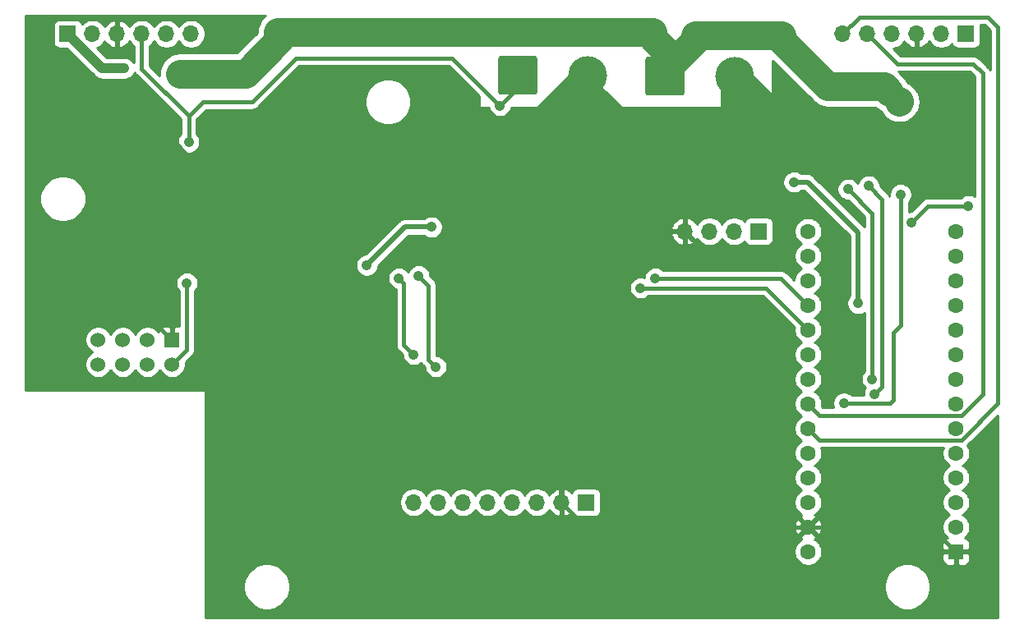
<source format=gbr>
%TF.GenerationSoftware,KiCad,Pcbnew,(5.1.6)-1*%
%TF.CreationDate,2021-03-05T09:23:02-07:00*%
%TF.ProjectId,Main Control Board,4d61696e-2043-46f6-9e74-726f6c20426f,rev?*%
%TF.SameCoordinates,Original*%
%TF.FileFunction,Copper,L2,Bot*%
%TF.FilePolarity,Positive*%
%FSLAX46Y46*%
G04 Gerber Fmt 4.6, Leading zero omitted, Abs format (unit mm)*
G04 Created by KiCad (PCBNEW (5.1.6)-1) date 2021-03-05 09:23:02*
%MOMM*%
%LPD*%
G01*
G04 APERTURE LIST*
%TA.AperFunction,ComponentPad*%
%ADD10C,1.524000*%
%TD*%
%TA.AperFunction,ComponentPad*%
%ADD11R,1.524000X1.524000*%
%TD*%
%TA.AperFunction,ComponentPad*%
%ADD12C,1.600000*%
%TD*%
%TA.AperFunction,ComponentPad*%
%ADD13R,1.600000X1.600000*%
%TD*%
%TA.AperFunction,SMDPad,CuDef*%
%ADD14C,4.000000*%
%TD*%
%TA.AperFunction,ComponentPad*%
%ADD15O,1.700000X1.700000*%
%TD*%
%TA.AperFunction,ComponentPad*%
%ADD16R,1.700000X1.700000*%
%TD*%
%TA.AperFunction,ViaPad*%
%ADD17C,1.050000*%
%TD*%
%TA.AperFunction,Conductor*%
%ADD18C,0.381000*%
%TD*%
%TA.AperFunction,Conductor*%
%ADD19C,3.000000*%
%TD*%
%TA.AperFunction,Conductor*%
%ADD20C,0.500000*%
%TD*%
%TA.AperFunction,Conductor*%
%ADD21C,1.000000*%
%TD*%
%TA.AperFunction,Conductor*%
%ADD22C,0.254000*%
%TD*%
G04 APERTURE END LIST*
D10*
%TO.P,U5,8*%
%TO.N,N/C*%
X180160395Y-98880395D03*
%TO.P,U5,7*%
%TO.N,MISO*%
X180160395Y-96340395D03*
%TO.P,U5,6*%
%TO.N,MOSI*%
X182700395Y-98880395D03*
%TO.P,U5,5*%
%TO.N,SCK*%
X182700395Y-96340395D03*
%TO.P,U5,4*%
%TO.N,CSN*%
X185240395Y-98880395D03*
%TO.P,U5,3*%
%TO.N,CE*%
X185240395Y-96340395D03*
%TO.P,U5,2*%
%TO.N,+3V3*%
X187780395Y-98880395D03*
D11*
%TO.P,U5,1*%
%TO.N,GND*%
X187780395Y-96340395D03*
%TD*%
D12*
%TO.P,U1,20*%
%TO.N,SCK*%
X253312395Y-85164395D03*
%TO.P,U1,14*%
%TO.N,MISO*%
X268552395Y-85164395D03*
%TO.P,U1,21*%
%TO.N,CE*%
X253312395Y-87704395D03*
%TO.P,U1,22*%
%TO.N,CSN*%
X253312395Y-90244395D03*
%TO.P,U1,23*%
%TO.N,M2_ENCA*%
X253312395Y-92784395D03*
%TO.P,U1,24*%
%TO.N,M2_ENCB*%
X253312395Y-95324395D03*
%TO.P,U1,25*%
%TO.N,MPU_SDA*%
X253312395Y-97864395D03*
%TO.P,U1,26*%
%TO.N,MPU_SCL*%
X253312395Y-100404395D03*
%TO.P,U1,27*%
%TO.N,M1_ENCA*%
X253312395Y-102944395D03*
%TO.P,U1,28*%
%TO.N,M1_ENCB*%
X253312395Y-105484395D03*
%TO.P,U1,29*%
%TO.N,N/C*%
X253312395Y-108024395D03*
%TO.P,U1,30*%
X253312395Y-110564395D03*
%TO.P,U1,31*%
X253312395Y-113104395D03*
%TO.P,U1,32*%
%TO.N,GND*%
X253312395Y-115644395D03*
%TO.P,U1,33*%
%TO.N,+5V*%
X253312395Y-118184395D03*
%TO.P,U1,13*%
%TO.N,MOSI*%
X268552395Y-87704395D03*
%TO.P,U1,12*%
%TO.N,PAYLOAD_SDA*%
X268552395Y-90244395D03*
%TO.P,U1,11*%
%TO.N,PAYLOAD_SCL*%
X268552395Y-92784395D03*
%TO.P,U1,10*%
%TO.N,MCU_M2_IN2*%
X268552395Y-95324395D03*
%TO.P,U1,9*%
%TO.N,MCU_M2_IN1*%
X268552395Y-97864395D03*
%TO.P,U1,8*%
%TO.N,MCU_M1_IN2*%
X268552395Y-100404395D03*
%TO.P,U1,7*%
%TO.N,MCU_M1_IN1*%
X268552395Y-102944395D03*
%TO.P,U1,6*%
%TO.N,N/C*%
X268552395Y-105484395D03*
%TO.P,U1,5*%
X268552395Y-108024395D03*
%TO.P,U1,4*%
%TO.N,MPU_INT*%
X268552395Y-110564395D03*
%TO.P,U1,3*%
%TO.N,PAYLOAD_SHUTDOWN*%
X268552395Y-113104395D03*
%TO.P,U1,2*%
%TO.N,N/C*%
X268552395Y-115644395D03*
D13*
%TO.P,U1,1*%
%TO.N,GND*%
X268552395Y-118184395D03*
%TD*%
D14*
%TO.P,J6,2*%
%TO.N,GND*%
X245745000Y-69162395D03*
%TO.P,J6,1*%
%TO.N,+12V*%
%TA.AperFunction,SMDPad,CuDef*%
G36*
G01*
X236545000Y-70914395D02*
X236545000Y-67410395D01*
G75*
G02*
X236793000Y-67162395I248000J0D01*
G01*
X240297000Y-67162395D01*
G75*
G02*
X240545000Y-67410395I0J-248000D01*
G01*
X240545000Y-70914395D01*
G75*
G02*
X240297000Y-71162395I-248000J0D01*
G01*
X236793000Y-71162395D01*
G75*
G02*
X236545000Y-70914395I0J248000D01*
G01*
G37*
%TD.AperFunction*%
%TD*%
D15*
%TO.P,J5,4*%
%TO.N,GND*%
X240612395Y-85164395D03*
%TO.P,J5,3*%
%TO.N,PAYLOAD_SDA*%
X243152395Y-85164395D03*
%TO.P,J5,2*%
%TO.N,PAYLOAD_SCL*%
X245692395Y-85164395D03*
D16*
%TO.P,J5,1*%
%TO.N,PAYLOAD_SHUTDOWN*%
X248232395Y-85164395D03*
%TD*%
D14*
%TO.P,J4,2*%
%TO.N,GND*%
X230593000Y-69088000D03*
%TO.P,J4,1*%
%TO.N,+5V*%
%TA.AperFunction,SMDPad,CuDef*%
G36*
G01*
X221393000Y-70840000D02*
X221393000Y-67336000D01*
G75*
G02*
X221641000Y-67088000I248000J0D01*
G01*
X225145000Y-67088000D01*
G75*
G02*
X225393000Y-67336000I0J-248000D01*
G01*
X225393000Y-70840000D01*
G75*
G02*
X225145000Y-71088000I-248000J0D01*
G01*
X221641000Y-71088000D01*
G75*
G02*
X221393000Y-70840000I0J248000D01*
G01*
G37*
%TD.AperFunction*%
%TD*%
D15*
%TO.P,J3,6*%
%TO.N,M2_ENCB*%
X189732395Y-64804395D03*
%TO.P,J3,5*%
%TO.N,M2_ENCA*%
X187192395Y-64804395D03*
%TO.P,J3,4*%
%TO.N,+5V*%
X184652395Y-64804395D03*
%TO.P,J3,3*%
%TO.N,GND*%
X182112395Y-64804395D03*
%TO.P,J3,2*%
%TO.N,M2-*%
X179572395Y-64804395D03*
D16*
%TO.P,J3,1*%
%TO.N,M2+*%
X177032395Y-64804395D03*
%TD*%
D15*
%TO.P,J2,8*%
%TO.N,MPU_INT*%
X212672395Y-113104395D03*
%TO.P,J2,7*%
%TO.N,N/C*%
X215212395Y-113104395D03*
%TO.P,J2,6*%
X217752395Y-113104395D03*
%TO.P,J2,5*%
X220292395Y-113104395D03*
%TO.P,J2,4*%
%TO.N,MPU_SDA*%
X222832395Y-113104395D03*
%TO.P,J2,3*%
%TO.N,MPU_SCL*%
X225372395Y-113104395D03*
%TO.P,J2,2*%
%TO.N,GND*%
X227912395Y-113104395D03*
D16*
%TO.P,J2,1*%
%TO.N,+5V*%
X230452395Y-113104395D03*
%TD*%
D15*
%TO.P,J1,6*%
%TO.N,M1_ENCB*%
X256872395Y-64804395D03*
%TO.P,J1,5*%
%TO.N,M1_ENCA*%
X259412395Y-64804395D03*
%TO.P,J1,4*%
%TO.N,+5V*%
X261952395Y-64804395D03*
%TO.P,J1,3*%
%TO.N,GND*%
X264492395Y-64804395D03*
%TO.P,J1,2*%
%TO.N,M1-*%
X267032395Y-64804395D03*
D16*
%TO.P,J1,1*%
%TO.N,M1+*%
X269572395Y-64804395D03*
%TD*%
D17*
%TO.N,GND*%
X257884395Y-94308395D03*
X179652395Y-92276395D03*
X231722395Y-71702395D03*
X260362395Y-75955395D03*
X255663395Y-75955395D03*
X184673395Y-72904395D03*
X179901895Y-72904395D03*
%TO.N,+12V*%
X188605895Y-68908395D03*
X189812395Y-68908395D03*
X262646895Y-71765895D03*
X261694395Y-70813395D03*
%TO.N,+3V3*%
X189304395Y-90498395D03*
X207846395Y-88656895D03*
X214513895Y-84719895D03*
X251851895Y-80084395D03*
X258455895Y-92593895D03*
%TO.N,+5V*%
X221562395Y-72210395D03*
X189494895Y-75956895D03*
X262838895Y-81352895D03*
X256989885Y-102886405D03*
%TO.N,M2_ENCB*%
X236040395Y-91006395D03*
%TO.N,M2_ENCA*%
X237564395Y-89990395D03*
%TO.N,M2+*%
X182835010Y-68364428D03*
%TO.N,PAYLOAD_SHUTDOWN*%
X269823373Y-82528398D03*
X263942996Y-84248885D03*
%TO.N,M1_IN1*%
X260170395Y-101928395D03*
X259554781Y-80484781D03*
%TO.N,M1_IN2*%
X259916395Y-100404395D03*
X257444521Y-80819885D03*
%TO.N,M2_IN1*%
X213180395Y-89736395D03*
X214958395Y-99134395D03*
%TO.N,M2_IN2*%
X211148395Y-89990395D03*
X212672395Y-97864395D03*
%TD*%
D18*
%TO.N,GND*%
X266012395Y-115644395D02*
X268552395Y-118184395D01*
X253312395Y-115644395D02*
X266012395Y-115644395D01*
X230452395Y-115644395D02*
X253312395Y-115644395D01*
X227912395Y-113104395D02*
X230452395Y-115644395D01*
X183716395Y-92276395D02*
X187780395Y-96340395D01*
X179652395Y-92276395D02*
X183716395Y-92276395D01*
X231722395Y-70217395D02*
X230593000Y-69088000D01*
X231722395Y-71702395D02*
X231722395Y-70217395D01*
X240612395Y-79107395D02*
X230593000Y-69088000D01*
X240612395Y-85164395D02*
X240612395Y-79107395D01*
X245745000Y-73974790D02*
X240612395Y-79107395D01*
X245745000Y-69162395D02*
X245745000Y-73974790D01*
D19*
X245745000Y-69162395D02*
X252857000Y-76274395D01*
X260043395Y-76274395D02*
X260362395Y-75955395D01*
X252857000Y-76274395D02*
X260043395Y-76274395D01*
X179901895Y-72904395D02*
X184673395Y-72904395D01*
X184673395Y-72904395D02*
X184673395Y-74373895D01*
X184673395Y-74373895D02*
X188859895Y-78560395D01*
X221120605Y-78560395D02*
X230593000Y-69088000D01*
X188859895Y-78560395D02*
X221120605Y-78560395D01*
X179652395Y-87767895D02*
X188859895Y-78560395D01*
X179652395Y-92276395D02*
X179652395Y-87767895D01*
D20*
X244402396Y-88954396D02*
X247236394Y-88954396D01*
X240612395Y-85164395D02*
X244402396Y-88954396D01*
X247236394Y-88954396D02*
X251343895Y-84846895D01*
X251343895Y-84846895D02*
X251343895Y-83386395D01*
X251343895Y-83386395D02*
X251788395Y-82941895D01*
X251788395Y-82941895D02*
X254264895Y-82941895D01*
X254264895Y-82941895D02*
X256614395Y-85291395D01*
X256614395Y-93038395D02*
X257884395Y-94308395D01*
X256614395Y-85291395D02*
X256614395Y-93038395D01*
X240612395Y-85164395D02*
X234897395Y-85164395D01*
X227912395Y-92149395D02*
X227912395Y-113104395D01*
X234897395Y-85164395D02*
X227912395Y-92149395D01*
D19*
X230593000Y-72243790D02*
X230593000Y-69088000D01*
X230593000Y-69088000D02*
X230593000Y-70865000D01*
X230593000Y-70865000D02*
X234032395Y-74304395D01*
X245745000Y-69162395D02*
X245745000Y-73517000D01*
%TO.N,+12V*%
X238545000Y-69162395D02*
X238545000Y-66460000D01*
X237310395Y-64653895D02*
X198694705Y-64653895D01*
X238545000Y-66460000D02*
X237472990Y-65387990D01*
X198857300Y-65387990D02*
X195336895Y-68908395D01*
X195336895Y-68908395D02*
X189812395Y-68908395D01*
X188605895Y-68908395D02*
X188605895Y-68908395D01*
X189812395Y-68908395D02*
X188605895Y-68908395D01*
X238545000Y-69162395D02*
X238545000Y-68562790D01*
X241691895Y-64971395D02*
X250611393Y-64971395D01*
X238545000Y-68562790D02*
X241645396Y-65462394D01*
X250564894Y-65462394D02*
X255344395Y-70241895D01*
X255344395Y-70241895D02*
X261122895Y-70241895D01*
X261122895Y-70241895D02*
X261694395Y-70813395D01*
X262646895Y-71765895D02*
X262710395Y-71829395D01*
D18*
%TO.N,+3V3*%
X189304395Y-97356395D02*
X187780395Y-98880395D01*
X189304395Y-90498395D02*
X189304395Y-97356395D01*
D20*
X207846395Y-88656895D02*
X211783395Y-84719895D01*
X211783395Y-84719895D02*
X214513895Y-84719895D01*
X251851895Y-80084395D02*
X253248895Y-80084395D01*
X253248895Y-80084395D02*
X258455895Y-85291395D01*
X258455895Y-85291395D02*
X258455895Y-92593895D01*
D18*
%TO.N,+5V*%
X223393000Y-69088000D02*
X223393000Y-70379790D01*
X223393000Y-70379790D02*
X221562395Y-72210395D01*
X189494895Y-75956895D02*
X189494895Y-73289895D01*
X184652395Y-68447395D02*
X184652395Y-64804395D01*
X189494895Y-73289895D02*
X184652395Y-68447395D01*
X262838895Y-81352895D02*
X262838895Y-94814895D01*
X262838895Y-94814895D02*
X262075395Y-95578395D01*
X262075395Y-95578395D02*
X262075395Y-102563395D01*
X262075395Y-102563395D02*
X261752385Y-102886405D01*
X261752385Y-102886405D02*
X256989885Y-102886405D01*
X196032395Y-71804395D02*
X190980395Y-71804395D01*
X221562395Y-72210395D02*
X216656395Y-67304395D01*
X190980395Y-71804395D02*
X189494895Y-73289895D01*
X200532395Y-67304395D02*
X196032395Y-71804395D01*
X216656395Y-67304395D02*
X200532395Y-67304395D01*
%TO.N,M1_ENCB*%
X269123836Y-106674896D02*
X272870395Y-102928337D01*
X253312395Y-105484395D02*
X254502896Y-106674896D01*
X254502896Y-106674896D02*
X269123836Y-106674896D01*
X272870395Y-102928337D02*
X272870395Y-64082395D01*
X272870395Y-64082395D02*
X271854395Y-63066395D01*
X258610395Y-63066395D02*
X256872395Y-64804395D01*
X271854395Y-63066395D02*
X258610395Y-63066395D01*
%TO.N,M1_ENCA*%
X271273384Y-101985348D02*
X269123836Y-104134896D01*
X259412395Y-64804395D02*
X262500395Y-67892395D01*
X269123836Y-104134896D02*
X254502896Y-104134896D01*
X254502896Y-104134896D02*
X253312395Y-102944395D01*
X270330395Y-67892395D02*
X271273384Y-68835384D01*
X271273384Y-68835384D02*
X271273384Y-101985348D01*
X262500395Y-67892395D02*
X270330395Y-67892395D01*
%TO.N,M2_ENCB*%
X236040395Y-91006395D02*
X248994395Y-91006395D01*
X248994395Y-91006395D02*
X253312395Y-95324395D01*
%TO.N,M2_ENCA*%
X250518395Y-89990395D02*
X237564395Y-89990395D01*
X253312395Y-92784395D02*
X250518395Y-89990395D01*
D21*
%TO.N,M2+*%
X180592428Y-68364428D02*
X182835010Y-68364428D01*
X177032395Y-64804395D02*
X180592428Y-68364428D01*
D18*
%TO.N,PAYLOAD_SHUTDOWN*%
X265663483Y-82528398D02*
X263942996Y-84248885D01*
X269823373Y-82528398D02*
X265663483Y-82528398D01*
%TO.N,M1_IN1*%
X260932395Y-101166395D02*
X260932395Y-81862395D01*
X260170395Y-101928395D02*
X260932395Y-101166395D01*
X260932395Y-81862395D02*
X259554781Y-80484781D01*
%TO.N,M1_IN2*%
X259916395Y-83291759D02*
X257444521Y-80819885D01*
X259916395Y-100404395D02*
X259916395Y-83291759D01*
%TO.N,M2_IN1*%
X214958395Y-99134395D02*
X214196395Y-98372395D01*
X214196395Y-90752395D02*
X213180395Y-89736395D01*
X214196395Y-98372395D02*
X214196395Y-90752395D01*
%TO.N,M2_IN2*%
X212672395Y-97864395D02*
X211656395Y-96848395D01*
X211656395Y-90498395D02*
X211148395Y-89990395D01*
X211656395Y-96848395D02*
X211656395Y-90498395D01*
%TD*%
D22*
%TO.N,GND*%
G36*
X197177728Y-63136918D02*
G01*
X196910928Y-63462014D01*
X196712679Y-63832913D01*
X196590597Y-64235362D01*
X196549375Y-64653895D01*
X196551408Y-64674536D01*
X194452550Y-66773395D01*
X188501013Y-66773395D01*
X188187362Y-66804287D01*
X187784913Y-66926369D01*
X187414014Y-67124618D01*
X187088918Y-67391418D01*
X186822118Y-67716514D01*
X186623869Y-68087413D01*
X186501787Y-68489862D01*
X186460565Y-68908395D01*
X186480202Y-69107769D01*
X185477895Y-68105463D01*
X185477895Y-66038808D01*
X185599027Y-65957870D01*
X185805870Y-65751027D01*
X185922395Y-65576635D01*
X186038920Y-65751027D01*
X186245763Y-65957870D01*
X186488984Y-66120385D01*
X186759237Y-66232327D01*
X187046135Y-66289395D01*
X187338655Y-66289395D01*
X187625553Y-66232327D01*
X187895806Y-66120385D01*
X188139027Y-65957870D01*
X188345870Y-65751027D01*
X188462395Y-65576635D01*
X188578920Y-65751027D01*
X188785763Y-65957870D01*
X189028984Y-66120385D01*
X189299237Y-66232327D01*
X189586135Y-66289395D01*
X189878655Y-66289395D01*
X190165553Y-66232327D01*
X190435806Y-66120385D01*
X190679027Y-65957870D01*
X190885870Y-65751027D01*
X191048385Y-65507806D01*
X191160327Y-65237553D01*
X191217395Y-64950655D01*
X191217395Y-64658135D01*
X191160327Y-64371237D01*
X191048385Y-64100984D01*
X190885870Y-63857763D01*
X190679027Y-63650920D01*
X190435806Y-63488405D01*
X190165553Y-63376463D01*
X189878655Y-63319395D01*
X189586135Y-63319395D01*
X189299237Y-63376463D01*
X189028984Y-63488405D01*
X188785763Y-63650920D01*
X188578920Y-63857763D01*
X188462395Y-64032155D01*
X188345870Y-63857763D01*
X188139027Y-63650920D01*
X187895806Y-63488405D01*
X187625553Y-63376463D01*
X187338655Y-63319395D01*
X187046135Y-63319395D01*
X186759237Y-63376463D01*
X186488984Y-63488405D01*
X186245763Y-63650920D01*
X186038920Y-63857763D01*
X185922395Y-64032155D01*
X185805870Y-63857763D01*
X185599027Y-63650920D01*
X185355806Y-63488405D01*
X185085553Y-63376463D01*
X184798655Y-63319395D01*
X184506135Y-63319395D01*
X184219237Y-63376463D01*
X183948984Y-63488405D01*
X183705763Y-63650920D01*
X183498920Y-63857763D01*
X183377200Y-64039929D01*
X183307573Y-63923040D01*
X183112664Y-63706807D01*
X182879315Y-63532754D01*
X182616494Y-63407570D01*
X182469285Y-63362919D01*
X182239395Y-63484240D01*
X182239395Y-64677395D01*
X182259395Y-64677395D01*
X182259395Y-64931395D01*
X182239395Y-64931395D01*
X182239395Y-66124550D01*
X182469285Y-66245871D01*
X182616494Y-66201220D01*
X182879315Y-66076036D01*
X183112664Y-65901983D01*
X183307573Y-65685750D01*
X183377200Y-65568861D01*
X183498920Y-65751027D01*
X183705763Y-65957870D01*
X183826896Y-66038808D01*
X183826895Y-67760944D01*
X183736041Y-67624971D01*
X183574467Y-67463397D01*
X183384476Y-67336449D01*
X183173370Y-67249006D01*
X182949260Y-67204428D01*
X182720760Y-67204428D01*
X182595076Y-67229428D01*
X181062560Y-67229428D01*
X180047913Y-66214781D01*
X180275806Y-66120385D01*
X180519027Y-65957870D01*
X180725870Y-65751027D01*
X180847590Y-65568861D01*
X180917217Y-65685750D01*
X181112126Y-65901983D01*
X181345475Y-66076036D01*
X181608296Y-66201220D01*
X181755505Y-66245871D01*
X181985395Y-66124550D01*
X181985395Y-64931395D01*
X181965395Y-64931395D01*
X181965395Y-64677395D01*
X181985395Y-64677395D01*
X181985395Y-63484240D01*
X181755505Y-63362919D01*
X181608296Y-63407570D01*
X181345475Y-63532754D01*
X181112126Y-63706807D01*
X180917217Y-63923040D01*
X180847590Y-64039929D01*
X180725870Y-63857763D01*
X180519027Y-63650920D01*
X180275806Y-63488405D01*
X180005553Y-63376463D01*
X179718655Y-63319395D01*
X179426135Y-63319395D01*
X179139237Y-63376463D01*
X178868984Y-63488405D01*
X178625763Y-63650920D01*
X178493908Y-63782775D01*
X178471897Y-63710215D01*
X178412932Y-63599901D01*
X178333580Y-63503210D01*
X178236889Y-63423858D01*
X178126575Y-63364893D01*
X178006877Y-63328583D01*
X177882395Y-63316323D01*
X176182395Y-63316323D01*
X176057913Y-63328583D01*
X175938215Y-63364893D01*
X175827901Y-63423858D01*
X175731210Y-63503210D01*
X175651858Y-63599901D01*
X175592893Y-63710215D01*
X175556583Y-63829913D01*
X175544323Y-63954395D01*
X175544323Y-65654395D01*
X175556583Y-65778877D01*
X175592893Y-65898575D01*
X175651858Y-66008889D01*
X175731210Y-66105580D01*
X175827901Y-66184932D01*
X175938215Y-66243897D01*
X176057913Y-66280207D01*
X176182395Y-66292467D01*
X176915336Y-66292467D01*
X179750437Y-69127569D01*
X179785979Y-69170877D01*
X179958805Y-69312712D01*
X180091750Y-69383772D01*
X180155981Y-69418104D01*
X180369929Y-69483005D01*
X180592428Y-69504919D01*
X180648179Y-69499428D01*
X182595076Y-69499428D01*
X182720760Y-69524428D01*
X182949260Y-69524428D01*
X183173370Y-69479850D01*
X183384476Y-69392407D01*
X183574467Y-69265459D01*
X183736041Y-69103885D01*
X183862989Y-68913894D01*
X183907841Y-68805611D01*
X183962696Y-68908237D01*
X183962826Y-68908395D01*
X184065854Y-69033936D01*
X184097361Y-69059793D01*
X188669396Y-73631829D01*
X188669395Y-75141907D01*
X188593864Y-75217438D01*
X188466916Y-75407429D01*
X188379473Y-75618535D01*
X188334895Y-75842645D01*
X188334895Y-76071145D01*
X188379473Y-76295255D01*
X188466916Y-76506361D01*
X188593864Y-76696352D01*
X188755438Y-76857926D01*
X188945429Y-76984874D01*
X189156535Y-77072317D01*
X189380645Y-77116895D01*
X189609145Y-77116895D01*
X189833255Y-77072317D01*
X190044361Y-76984874D01*
X190234352Y-76857926D01*
X190395926Y-76696352D01*
X190522874Y-76506361D01*
X190610317Y-76295255D01*
X190654895Y-76071145D01*
X190654895Y-75842645D01*
X190610317Y-75618535D01*
X190522874Y-75407429D01*
X190395926Y-75217438D01*
X190320395Y-75141907D01*
X190320395Y-73631827D01*
X191322328Y-72629895D01*
X195991845Y-72629895D01*
X196032395Y-72633889D01*
X196072945Y-72629895D01*
X196072948Y-72629895D01*
X196194221Y-72617951D01*
X196349829Y-72570748D01*
X196493237Y-72494094D01*
X196618936Y-72390936D01*
X196644793Y-72359429D01*
X197434729Y-71569493D01*
X207647395Y-71569493D01*
X207647395Y-72039297D01*
X207739049Y-72500074D01*
X207918835Y-72934116D01*
X208179845Y-73324744D01*
X208512046Y-73656945D01*
X208902674Y-73917955D01*
X209336716Y-74097741D01*
X209797493Y-74189395D01*
X210267297Y-74189395D01*
X210728074Y-74097741D01*
X211162116Y-73917955D01*
X211552744Y-73656945D01*
X211884945Y-73324744D01*
X212145955Y-72934116D01*
X212325741Y-72500074D01*
X212417395Y-72039297D01*
X212417395Y-71569493D01*
X212325741Y-71108716D01*
X212145955Y-70674674D01*
X211884945Y-70284046D01*
X211552744Y-69951845D01*
X211162116Y-69690835D01*
X210728074Y-69511049D01*
X210267297Y-69419395D01*
X209797493Y-69419395D01*
X209336716Y-69511049D01*
X208902674Y-69690835D01*
X208512046Y-69951845D01*
X208179845Y-70284046D01*
X207918835Y-70674674D01*
X207739049Y-71108716D01*
X207647395Y-71569493D01*
X197434729Y-71569493D01*
X200874328Y-68129895D01*
X216314463Y-68129895D01*
X219405395Y-71220828D01*
X219405395Y-72304395D01*
X219407835Y-72329171D01*
X219415062Y-72352996D01*
X219426798Y-72374952D01*
X219442592Y-72394198D01*
X219461838Y-72409992D01*
X219483794Y-72421728D01*
X219507619Y-72428955D01*
X219532395Y-72431395D01*
X220423629Y-72431395D01*
X220446973Y-72548755D01*
X220534416Y-72759861D01*
X220661364Y-72949852D01*
X220822938Y-73111426D01*
X221012929Y-73238374D01*
X221224035Y-73325817D01*
X221448145Y-73370395D01*
X221676645Y-73370395D01*
X221900755Y-73325817D01*
X222111861Y-73238374D01*
X222301852Y-73111426D01*
X222463426Y-72949852D01*
X222590374Y-72759861D01*
X222677817Y-72548755D01*
X222701161Y-72431395D01*
X249532395Y-72431395D01*
X249557171Y-72428955D01*
X249580996Y-72421728D01*
X249602952Y-72409992D01*
X249622198Y-72394198D01*
X249637992Y-72374952D01*
X249649728Y-72352996D01*
X249656955Y-72329171D01*
X249659395Y-72304395D01*
X249659395Y-67576240D01*
X253760562Y-71677408D01*
X253827418Y-71758872D01*
X253908882Y-71825728D01*
X253908884Y-71825730D01*
X254034496Y-71928817D01*
X254152514Y-72025672D01*
X254523413Y-72223921D01*
X254925862Y-72346003D01*
X255239513Y-72376895D01*
X255239522Y-72376895D01*
X255344394Y-72387224D01*
X255449266Y-72376895D01*
X260238550Y-72376895D01*
X260258885Y-72397230D01*
X260502514Y-72597171D01*
X260737511Y-72722779D01*
X260863119Y-72957776D01*
X261063060Y-73201405D01*
X261274886Y-73413231D01*
X261518514Y-73613171D01*
X261889414Y-73811421D01*
X262291862Y-73933503D01*
X262710395Y-73974724D01*
X263128928Y-73933503D01*
X263531377Y-73811421D01*
X263902276Y-73613171D01*
X264227372Y-73346372D01*
X264494171Y-73021276D01*
X264692421Y-72650377D01*
X264814503Y-72247928D01*
X264855724Y-71829395D01*
X264814503Y-71410862D01*
X264692421Y-71008414D01*
X264494171Y-70637514D01*
X264294231Y-70393886D01*
X264082405Y-70182060D01*
X263838776Y-69982119D01*
X263603779Y-69856511D01*
X263478171Y-69621514D01*
X263278230Y-69377885D01*
X262706732Y-68806387D01*
X262639872Y-68724918D01*
X262631314Y-68717895D01*
X269988462Y-68717895D01*
X270447884Y-69177317D01*
X270447884Y-81550563D01*
X270372839Y-81500419D01*
X270161733Y-81412976D01*
X269937623Y-81368398D01*
X269709123Y-81368398D01*
X269485013Y-81412976D01*
X269273907Y-81500419D01*
X269083916Y-81627367D01*
X269008385Y-81702898D01*
X265704033Y-81702898D01*
X265663482Y-81698904D01*
X265622932Y-81702898D01*
X265622930Y-81702898D01*
X265501657Y-81714842D01*
X265346049Y-81762045D01*
X265202640Y-81838699D01*
X265191473Y-81847864D01*
X265076942Y-81941857D01*
X265051089Y-81973359D01*
X263935564Y-83088885D01*
X263828746Y-83088885D01*
X263664395Y-83121576D01*
X263664395Y-82167883D01*
X263739926Y-82092352D01*
X263866874Y-81902361D01*
X263954317Y-81691255D01*
X263998895Y-81467145D01*
X263998895Y-81238645D01*
X263954317Y-81014535D01*
X263866874Y-80803429D01*
X263739926Y-80613438D01*
X263578352Y-80451864D01*
X263388361Y-80324916D01*
X263177255Y-80237473D01*
X262953145Y-80192895D01*
X262724645Y-80192895D01*
X262500535Y-80237473D01*
X262289429Y-80324916D01*
X262099438Y-80451864D01*
X261937864Y-80613438D01*
X261810916Y-80803429D01*
X261723473Y-81014535D01*
X261678895Y-81238645D01*
X261678895Y-81467145D01*
X261691781Y-81531926D01*
X261622094Y-81401553D01*
X261518936Y-81275854D01*
X261487434Y-81250001D01*
X260714781Y-80477349D01*
X260714781Y-80370531D01*
X260670203Y-80146421D01*
X260582760Y-79935315D01*
X260455812Y-79745324D01*
X260294238Y-79583750D01*
X260104247Y-79456802D01*
X259893141Y-79369359D01*
X259669031Y-79324781D01*
X259440531Y-79324781D01*
X259216421Y-79369359D01*
X259005315Y-79456802D01*
X258815324Y-79583750D01*
X258653750Y-79745324D01*
X258526802Y-79935315D01*
X258439359Y-80146421D01*
X258427955Y-80203753D01*
X258345552Y-80080428D01*
X258183978Y-79918854D01*
X257993987Y-79791906D01*
X257782881Y-79704463D01*
X257558771Y-79659885D01*
X257330271Y-79659885D01*
X257106161Y-79704463D01*
X256895055Y-79791906D01*
X256705064Y-79918854D01*
X256543490Y-80080428D01*
X256416542Y-80270419D01*
X256329099Y-80481525D01*
X256284521Y-80705635D01*
X256284521Y-80934135D01*
X256329099Y-81158245D01*
X256416542Y-81369351D01*
X256543490Y-81559342D01*
X256705064Y-81720916D01*
X256895055Y-81847864D01*
X257106161Y-81935307D01*
X257330271Y-81979885D01*
X257437089Y-81979885D01*
X259090896Y-83633694D01*
X259090896Y-84670113D01*
X259084712Y-84662578D01*
X259050946Y-84634867D01*
X253905429Y-79489351D01*
X253877712Y-79455578D01*
X253742954Y-79344984D01*
X253589208Y-79262806D01*
X253422385Y-79212200D01*
X253292372Y-79199395D01*
X253292364Y-79199395D01*
X253248895Y-79195114D01*
X253205426Y-79199395D01*
X252607383Y-79199395D01*
X252591352Y-79183364D01*
X252401361Y-79056416D01*
X252190255Y-78968973D01*
X251966145Y-78924395D01*
X251737645Y-78924395D01*
X251513535Y-78968973D01*
X251302429Y-79056416D01*
X251112438Y-79183364D01*
X250950864Y-79344938D01*
X250823916Y-79534929D01*
X250736473Y-79746035D01*
X250691895Y-79970145D01*
X250691895Y-80198645D01*
X250736473Y-80422755D01*
X250823916Y-80633861D01*
X250950864Y-80823852D01*
X251112438Y-80985426D01*
X251302429Y-81112374D01*
X251513535Y-81199817D01*
X251737645Y-81244395D01*
X251966145Y-81244395D01*
X252190255Y-81199817D01*
X252401361Y-81112374D01*
X252591352Y-80985426D01*
X252607383Y-80969395D01*
X252882317Y-80969395D01*
X257570895Y-85657974D01*
X257570896Y-91838406D01*
X257554864Y-91854438D01*
X257427916Y-92044429D01*
X257340473Y-92255535D01*
X257295895Y-92479645D01*
X257295895Y-92708145D01*
X257340473Y-92932255D01*
X257427916Y-93143361D01*
X257554864Y-93333352D01*
X257716438Y-93494926D01*
X257906429Y-93621874D01*
X258117535Y-93709317D01*
X258341645Y-93753895D01*
X258570145Y-93753895D01*
X258794255Y-93709317D01*
X259005361Y-93621874D01*
X259090895Y-93564722D01*
X259090895Y-99589407D01*
X259015364Y-99664938D01*
X258888416Y-99854929D01*
X258800973Y-100066035D01*
X258756395Y-100290145D01*
X258756395Y-100518645D01*
X258800973Y-100742755D01*
X258888416Y-100953861D01*
X259015364Y-101143852D01*
X259176938Y-101305426D01*
X259187025Y-101312166D01*
X259142416Y-101378929D01*
X259054973Y-101590035D01*
X259010395Y-101814145D01*
X259010395Y-102042645D01*
X259014027Y-102060905D01*
X257804873Y-102060905D01*
X257729342Y-101985374D01*
X257539351Y-101858426D01*
X257328245Y-101770983D01*
X257104135Y-101726405D01*
X256875635Y-101726405D01*
X256651525Y-101770983D01*
X256440419Y-101858426D01*
X256250428Y-101985374D01*
X256088854Y-102146948D01*
X255961906Y-102336939D01*
X255874463Y-102548045D01*
X255829885Y-102772155D01*
X255829885Y-103000655D01*
X255874463Y-103224765D01*
X255909518Y-103309396D01*
X254844830Y-103309396D01*
X254726452Y-103191018D01*
X254747395Y-103085730D01*
X254747395Y-102803060D01*
X254692248Y-102525821D01*
X254584075Y-102264668D01*
X254427032Y-102029636D01*
X254227154Y-101829758D01*
X253994636Y-101674395D01*
X254227154Y-101519032D01*
X254427032Y-101319154D01*
X254584075Y-101084122D01*
X254692248Y-100822969D01*
X254747395Y-100545730D01*
X254747395Y-100263060D01*
X254692248Y-99985821D01*
X254584075Y-99724668D01*
X254427032Y-99489636D01*
X254227154Y-99289758D01*
X253994636Y-99134395D01*
X254227154Y-98979032D01*
X254427032Y-98779154D01*
X254584075Y-98544122D01*
X254692248Y-98282969D01*
X254747395Y-98005730D01*
X254747395Y-97723060D01*
X254692248Y-97445821D01*
X254584075Y-97184668D01*
X254427032Y-96949636D01*
X254227154Y-96749758D01*
X253994636Y-96594395D01*
X254227154Y-96439032D01*
X254427032Y-96239154D01*
X254584075Y-96004122D01*
X254692248Y-95742969D01*
X254747395Y-95465730D01*
X254747395Y-95183060D01*
X254692248Y-94905821D01*
X254584075Y-94644668D01*
X254427032Y-94409636D01*
X254227154Y-94209758D01*
X253994636Y-94054395D01*
X254227154Y-93899032D01*
X254427032Y-93699154D01*
X254584075Y-93464122D01*
X254692248Y-93202969D01*
X254747395Y-92925730D01*
X254747395Y-92643060D01*
X254692248Y-92365821D01*
X254584075Y-92104668D01*
X254427032Y-91869636D01*
X254227154Y-91669758D01*
X253994636Y-91514395D01*
X254227154Y-91359032D01*
X254427032Y-91159154D01*
X254584075Y-90924122D01*
X254692248Y-90662969D01*
X254747395Y-90385730D01*
X254747395Y-90103060D01*
X254692248Y-89825821D01*
X254584075Y-89564668D01*
X254427032Y-89329636D01*
X254227154Y-89129758D01*
X253994636Y-88974395D01*
X254227154Y-88819032D01*
X254427032Y-88619154D01*
X254584075Y-88384122D01*
X254692248Y-88122969D01*
X254747395Y-87845730D01*
X254747395Y-87563060D01*
X254692248Y-87285821D01*
X254584075Y-87024668D01*
X254427032Y-86789636D01*
X254227154Y-86589758D01*
X253994636Y-86434395D01*
X254227154Y-86279032D01*
X254427032Y-86079154D01*
X254584075Y-85844122D01*
X254692248Y-85582969D01*
X254747395Y-85305730D01*
X254747395Y-85023060D01*
X254692248Y-84745821D01*
X254584075Y-84484668D01*
X254427032Y-84249636D01*
X254227154Y-84049758D01*
X253992122Y-83892715D01*
X253730969Y-83784542D01*
X253453730Y-83729395D01*
X253171060Y-83729395D01*
X252893821Y-83784542D01*
X252632668Y-83892715D01*
X252397636Y-84049758D01*
X252197758Y-84249636D01*
X252040715Y-84484668D01*
X251932542Y-84745821D01*
X251877395Y-85023060D01*
X251877395Y-85305730D01*
X251932542Y-85582969D01*
X252040715Y-85844122D01*
X252197758Y-86079154D01*
X252397636Y-86279032D01*
X252630154Y-86434395D01*
X252397636Y-86589758D01*
X252197758Y-86789636D01*
X252040715Y-87024668D01*
X251932542Y-87285821D01*
X251877395Y-87563060D01*
X251877395Y-87845730D01*
X251932542Y-88122969D01*
X252040715Y-88384122D01*
X252197758Y-88619154D01*
X252397636Y-88819032D01*
X252630154Y-88974395D01*
X252397636Y-89129758D01*
X252197758Y-89329636D01*
X252040715Y-89564668D01*
X251932542Y-89825821D01*
X251877395Y-90103060D01*
X251877395Y-90181962D01*
X251130793Y-89435361D01*
X251104936Y-89403854D01*
X250979237Y-89300696D01*
X250835829Y-89224042D01*
X250680221Y-89176839D01*
X250558948Y-89164895D01*
X250558945Y-89164895D01*
X250518395Y-89160901D01*
X250477845Y-89164895D01*
X238379383Y-89164895D01*
X238303852Y-89089364D01*
X238113861Y-88962416D01*
X237902755Y-88874973D01*
X237678645Y-88830395D01*
X237450145Y-88830395D01*
X237226035Y-88874973D01*
X237014929Y-88962416D01*
X236824938Y-89089364D01*
X236663364Y-89250938D01*
X236536416Y-89440929D01*
X236448973Y-89652035D01*
X236404395Y-89876145D01*
X236404395Y-89901593D01*
X236378755Y-89890973D01*
X236154645Y-89846395D01*
X235926145Y-89846395D01*
X235702035Y-89890973D01*
X235490929Y-89978416D01*
X235300938Y-90105364D01*
X235139364Y-90266938D01*
X235012416Y-90456929D01*
X234924973Y-90668035D01*
X234880395Y-90892145D01*
X234880395Y-91120645D01*
X234924973Y-91344755D01*
X235012416Y-91555861D01*
X235139364Y-91745852D01*
X235300938Y-91907426D01*
X235490929Y-92034374D01*
X235702035Y-92121817D01*
X235926145Y-92166395D01*
X236154645Y-92166395D01*
X236378755Y-92121817D01*
X236589861Y-92034374D01*
X236779852Y-91907426D01*
X236855383Y-91831895D01*
X248652463Y-91831895D01*
X251898339Y-95077771D01*
X251877395Y-95183060D01*
X251877395Y-95465730D01*
X251932542Y-95742969D01*
X252040715Y-96004122D01*
X252197758Y-96239154D01*
X252397636Y-96439032D01*
X252630154Y-96594395D01*
X252397636Y-96749758D01*
X252197758Y-96949636D01*
X252040715Y-97184668D01*
X251932542Y-97445821D01*
X251877395Y-97723060D01*
X251877395Y-98005730D01*
X251932542Y-98282969D01*
X252040715Y-98544122D01*
X252197758Y-98779154D01*
X252397636Y-98979032D01*
X252630154Y-99134395D01*
X252397636Y-99289758D01*
X252197758Y-99489636D01*
X252040715Y-99724668D01*
X251932542Y-99985821D01*
X251877395Y-100263060D01*
X251877395Y-100545730D01*
X251932542Y-100822969D01*
X252040715Y-101084122D01*
X252197758Y-101319154D01*
X252397636Y-101519032D01*
X252630154Y-101674395D01*
X252397636Y-101829758D01*
X252197758Y-102029636D01*
X252040715Y-102264668D01*
X251932542Y-102525821D01*
X251877395Y-102803060D01*
X251877395Y-103085730D01*
X251932542Y-103362969D01*
X252040715Y-103624122D01*
X252197758Y-103859154D01*
X252397636Y-104059032D01*
X252630154Y-104214395D01*
X252397636Y-104369758D01*
X252197758Y-104569636D01*
X252040715Y-104804668D01*
X251932542Y-105065821D01*
X251877395Y-105343060D01*
X251877395Y-105625730D01*
X251932542Y-105902969D01*
X252040715Y-106164122D01*
X252197758Y-106399154D01*
X252397636Y-106599032D01*
X252630154Y-106754395D01*
X252397636Y-106909758D01*
X252197758Y-107109636D01*
X252040715Y-107344668D01*
X251932542Y-107605821D01*
X251877395Y-107883060D01*
X251877395Y-108165730D01*
X251932542Y-108442969D01*
X252040715Y-108704122D01*
X252197758Y-108939154D01*
X252397636Y-109139032D01*
X252630154Y-109294395D01*
X252397636Y-109449758D01*
X252197758Y-109649636D01*
X252040715Y-109884668D01*
X251932542Y-110145821D01*
X251877395Y-110423060D01*
X251877395Y-110705730D01*
X251932542Y-110982969D01*
X252040715Y-111244122D01*
X252197758Y-111479154D01*
X252397636Y-111679032D01*
X252630154Y-111834395D01*
X252397636Y-111989758D01*
X252197758Y-112189636D01*
X252040715Y-112424668D01*
X251932542Y-112685821D01*
X251877395Y-112963060D01*
X251877395Y-113245730D01*
X251932542Y-113522969D01*
X252040715Y-113784122D01*
X252197758Y-114019154D01*
X252397636Y-114219032D01*
X252631523Y-114375310D01*
X252570881Y-114407724D01*
X252499298Y-114651693D01*
X253312395Y-115464790D01*
X254125492Y-114651693D01*
X254053909Y-114407724D01*
X253989403Y-114377201D01*
X253992122Y-114376075D01*
X254227154Y-114219032D01*
X254427032Y-114019154D01*
X254584075Y-113784122D01*
X254692248Y-113522969D01*
X254747395Y-113245730D01*
X254747395Y-112963060D01*
X254692248Y-112685821D01*
X254584075Y-112424668D01*
X254427032Y-112189636D01*
X254227154Y-111989758D01*
X253994636Y-111834395D01*
X254227154Y-111679032D01*
X254427032Y-111479154D01*
X254584075Y-111244122D01*
X254692248Y-110982969D01*
X254747395Y-110705730D01*
X254747395Y-110423060D01*
X254692248Y-110145821D01*
X254584075Y-109884668D01*
X254427032Y-109649636D01*
X254227154Y-109449758D01*
X253994636Y-109294395D01*
X254227154Y-109139032D01*
X254427032Y-108939154D01*
X254584075Y-108704122D01*
X254692248Y-108442969D01*
X254747395Y-108165730D01*
X254747395Y-107883060D01*
X254692248Y-107605821D01*
X254648580Y-107500396D01*
X267216210Y-107500396D01*
X267172542Y-107605821D01*
X267117395Y-107883060D01*
X267117395Y-108165730D01*
X267172542Y-108442969D01*
X267280715Y-108704122D01*
X267437758Y-108939154D01*
X267637636Y-109139032D01*
X267870154Y-109294395D01*
X267637636Y-109449758D01*
X267437758Y-109649636D01*
X267280715Y-109884668D01*
X267172542Y-110145821D01*
X267117395Y-110423060D01*
X267117395Y-110705730D01*
X267172542Y-110982969D01*
X267280715Y-111244122D01*
X267437758Y-111479154D01*
X267637636Y-111679032D01*
X267870154Y-111834395D01*
X267637636Y-111989758D01*
X267437758Y-112189636D01*
X267280715Y-112424668D01*
X267172542Y-112685821D01*
X267117395Y-112963060D01*
X267117395Y-113245730D01*
X267172542Y-113522969D01*
X267280715Y-113784122D01*
X267437758Y-114019154D01*
X267637636Y-114219032D01*
X267870154Y-114374395D01*
X267637636Y-114529758D01*
X267437758Y-114729636D01*
X267280715Y-114964668D01*
X267172542Y-115225821D01*
X267117395Y-115503060D01*
X267117395Y-115785730D01*
X267172542Y-116062969D01*
X267280715Y-116324122D01*
X267437758Y-116559154D01*
X267636356Y-116757752D01*
X267627913Y-116758583D01*
X267508215Y-116794893D01*
X267397901Y-116853858D01*
X267301210Y-116933210D01*
X267221858Y-117029901D01*
X267162893Y-117140215D01*
X267126583Y-117259913D01*
X267114323Y-117384395D01*
X267117395Y-117898645D01*
X267276145Y-118057395D01*
X268425395Y-118057395D01*
X268425395Y-118037395D01*
X268679395Y-118037395D01*
X268679395Y-118057395D01*
X269828645Y-118057395D01*
X269987395Y-117898645D01*
X269990467Y-117384395D01*
X269978207Y-117259913D01*
X269941897Y-117140215D01*
X269882932Y-117029901D01*
X269803580Y-116933210D01*
X269706889Y-116853858D01*
X269596575Y-116794893D01*
X269476877Y-116758583D01*
X269468434Y-116757752D01*
X269667032Y-116559154D01*
X269824075Y-116324122D01*
X269932248Y-116062969D01*
X269987395Y-115785730D01*
X269987395Y-115503060D01*
X269932248Y-115225821D01*
X269824075Y-114964668D01*
X269667032Y-114729636D01*
X269467154Y-114529758D01*
X269234636Y-114374395D01*
X269467154Y-114219032D01*
X269667032Y-114019154D01*
X269824075Y-113784122D01*
X269932248Y-113522969D01*
X269987395Y-113245730D01*
X269987395Y-112963060D01*
X269932248Y-112685821D01*
X269824075Y-112424668D01*
X269667032Y-112189636D01*
X269467154Y-111989758D01*
X269234636Y-111834395D01*
X269467154Y-111679032D01*
X269667032Y-111479154D01*
X269824075Y-111244122D01*
X269932248Y-110982969D01*
X269987395Y-110705730D01*
X269987395Y-110423060D01*
X269932248Y-110145821D01*
X269824075Y-109884668D01*
X269667032Y-109649636D01*
X269467154Y-109449758D01*
X269234636Y-109294395D01*
X269467154Y-109139032D01*
X269667032Y-108939154D01*
X269824075Y-108704122D01*
X269932248Y-108442969D01*
X269987395Y-108165730D01*
X269987395Y-107883060D01*
X269932248Y-107605821D01*
X269824075Y-107344668D01*
X269742933Y-107223231D01*
X272823001Y-104143165D01*
X272823001Y-124995000D01*
X191209395Y-124995000D01*
X191209395Y-121569493D01*
X195147395Y-121569493D01*
X195147395Y-122039297D01*
X195239049Y-122500074D01*
X195418835Y-122934116D01*
X195679845Y-123324744D01*
X196012046Y-123656945D01*
X196402674Y-123917955D01*
X196836716Y-124097741D01*
X197297493Y-124189395D01*
X197767297Y-124189395D01*
X198228074Y-124097741D01*
X198662116Y-123917955D01*
X199052744Y-123656945D01*
X199384945Y-123324744D01*
X199645955Y-122934116D01*
X199825741Y-122500074D01*
X199917395Y-122039297D01*
X199917395Y-121569493D01*
X261147395Y-121569493D01*
X261147395Y-122039297D01*
X261239049Y-122500074D01*
X261418835Y-122934116D01*
X261679845Y-123324744D01*
X262012046Y-123656945D01*
X262402674Y-123917955D01*
X262836716Y-124097741D01*
X263297493Y-124189395D01*
X263767297Y-124189395D01*
X264228074Y-124097741D01*
X264662116Y-123917955D01*
X265052744Y-123656945D01*
X265384945Y-123324744D01*
X265645955Y-122934116D01*
X265825741Y-122500074D01*
X265917395Y-122039297D01*
X265917395Y-121569493D01*
X265825741Y-121108716D01*
X265645955Y-120674674D01*
X265384945Y-120284046D01*
X265052744Y-119951845D01*
X264662116Y-119690835D01*
X264228074Y-119511049D01*
X263767297Y-119419395D01*
X263297493Y-119419395D01*
X262836716Y-119511049D01*
X262402674Y-119690835D01*
X262012046Y-119951845D01*
X261679845Y-120284046D01*
X261418835Y-120674674D01*
X261239049Y-121108716D01*
X261147395Y-121569493D01*
X199917395Y-121569493D01*
X199825741Y-121108716D01*
X199645955Y-120674674D01*
X199384945Y-120284046D01*
X199052744Y-119951845D01*
X198662116Y-119690835D01*
X198228074Y-119511049D01*
X197767297Y-119419395D01*
X197297493Y-119419395D01*
X196836716Y-119511049D01*
X196402674Y-119690835D01*
X196012046Y-119951845D01*
X195679845Y-120284046D01*
X195418835Y-120674674D01*
X195239049Y-121108716D01*
X195147395Y-121569493D01*
X191209395Y-121569493D01*
X191209395Y-118043060D01*
X251877395Y-118043060D01*
X251877395Y-118325730D01*
X251932542Y-118602969D01*
X252040715Y-118864122D01*
X252197758Y-119099154D01*
X252397636Y-119299032D01*
X252632668Y-119456075D01*
X252893821Y-119564248D01*
X253171060Y-119619395D01*
X253453730Y-119619395D01*
X253730969Y-119564248D01*
X253992122Y-119456075D01*
X254227154Y-119299032D01*
X254427032Y-119099154D01*
X254503711Y-118984395D01*
X267114323Y-118984395D01*
X267126583Y-119108877D01*
X267162893Y-119228575D01*
X267221858Y-119338889D01*
X267301210Y-119435580D01*
X267397901Y-119514932D01*
X267508215Y-119573897D01*
X267627913Y-119610207D01*
X267752395Y-119622467D01*
X268266645Y-119619395D01*
X268425395Y-119460645D01*
X268425395Y-118311395D01*
X268679395Y-118311395D01*
X268679395Y-119460645D01*
X268838145Y-119619395D01*
X269352395Y-119622467D01*
X269476877Y-119610207D01*
X269596575Y-119573897D01*
X269706889Y-119514932D01*
X269803580Y-119435580D01*
X269882932Y-119338889D01*
X269941897Y-119228575D01*
X269978207Y-119108877D01*
X269990467Y-118984395D01*
X269987395Y-118470145D01*
X269828645Y-118311395D01*
X268679395Y-118311395D01*
X268425395Y-118311395D01*
X267276145Y-118311395D01*
X267117395Y-118470145D01*
X267114323Y-118984395D01*
X254503711Y-118984395D01*
X254584075Y-118864122D01*
X254692248Y-118602969D01*
X254747395Y-118325730D01*
X254747395Y-118043060D01*
X254692248Y-117765821D01*
X254584075Y-117504668D01*
X254427032Y-117269636D01*
X254227154Y-117069758D01*
X253993267Y-116913480D01*
X254053909Y-116881066D01*
X254125492Y-116637097D01*
X253312395Y-115824000D01*
X252499298Y-116637097D01*
X252570881Y-116881066D01*
X252635387Y-116911589D01*
X252632668Y-116912715D01*
X252397636Y-117069758D01*
X252197758Y-117269636D01*
X252040715Y-117504668D01*
X251932542Y-117765821D01*
X251877395Y-118043060D01*
X191209395Y-118043060D01*
X191209395Y-115714907D01*
X251872178Y-115714907D01*
X251913608Y-115994525D01*
X252008792Y-116260687D01*
X252075724Y-116385909D01*
X252319693Y-116457492D01*
X253132790Y-115644395D01*
X253492000Y-115644395D01*
X254305097Y-116457492D01*
X254549066Y-116385909D01*
X254669966Y-116130399D01*
X254738695Y-115856211D01*
X254752612Y-115573883D01*
X254711182Y-115294265D01*
X254615998Y-115028103D01*
X254549066Y-114902881D01*
X254305097Y-114831298D01*
X253492000Y-115644395D01*
X253132790Y-115644395D01*
X252319693Y-114831298D01*
X252075724Y-114902881D01*
X251954824Y-115158391D01*
X251886095Y-115432579D01*
X251872178Y-115714907D01*
X191209395Y-115714907D01*
X191209395Y-112958135D01*
X211187395Y-112958135D01*
X211187395Y-113250655D01*
X211244463Y-113537553D01*
X211356405Y-113807806D01*
X211518920Y-114051027D01*
X211725763Y-114257870D01*
X211968984Y-114420385D01*
X212239237Y-114532327D01*
X212526135Y-114589395D01*
X212818655Y-114589395D01*
X213105553Y-114532327D01*
X213375806Y-114420385D01*
X213619027Y-114257870D01*
X213825870Y-114051027D01*
X213942395Y-113876635D01*
X214058920Y-114051027D01*
X214265763Y-114257870D01*
X214508984Y-114420385D01*
X214779237Y-114532327D01*
X215066135Y-114589395D01*
X215358655Y-114589395D01*
X215645553Y-114532327D01*
X215915806Y-114420385D01*
X216159027Y-114257870D01*
X216365870Y-114051027D01*
X216482395Y-113876635D01*
X216598920Y-114051027D01*
X216805763Y-114257870D01*
X217048984Y-114420385D01*
X217319237Y-114532327D01*
X217606135Y-114589395D01*
X217898655Y-114589395D01*
X218185553Y-114532327D01*
X218455806Y-114420385D01*
X218699027Y-114257870D01*
X218905870Y-114051027D01*
X219022395Y-113876635D01*
X219138920Y-114051027D01*
X219345763Y-114257870D01*
X219588984Y-114420385D01*
X219859237Y-114532327D01*
X220146135Y-114589395D01*
X220438655Y-114589395D01*
X220725553Y-114532327D01*
X220995806Y-114420385D01*
X221239027Y-114257870D01*
X221445870Y-114051027D01*
X221562395Y-113876635D01*
X221678920Y-114051027D01*
X221885763Y-114257870D01*
X222128984Y-114420385D01*
X222399237Y-114532327D01*
X222686135Y-114589395D01*
X222978655Y-114589395D01*
X223265553Y-114532327D01*
X223535806Y-114420385D01*
X223779027Y-114257870D01*
X223985870Y-114051027D01*
X224102395Y-113876635D01*
X224218920Y-114051027D01*
X224425763Y-114257870D01*
X224668984Y-114420385D01*
X224939237Y-114532327D01*
X225226135Y-114589395D01*
X225518655Y-114589395D01*
X225805553Y-114532327D01*
X226075806Y-114420385D01*
X226319027Y-114257870D01*
X226525870Y-114051027D01*
X226647590Y-113868861D01*
X226717217Y-113985750D01*
X226912126Y-114201983D01*
X227145475Y-114376036D01*
X227408296Y-114501220D01*
X227555505Y-114545871D01*
X227785395Y-114424550D01*
X227785395Y-113231395D01*
X227765395Y-113231395D01*
X227765395Y-112977395D01*
X227785395Y-112977395D01*
X227785395Y-111784240D01*
X228039395Y-111784240D01*
X228039395Y-112977395D01*
X228059395Y-112977395D01*
X228059395Y-113231395D01*
X228039395Y-113231395D01*
X228039395Y-114424550D01*
X228269285Y-114545871D01*
X228416494Y-114501220D01*
X228679315Y-114376036D01*
X228912664Y-114201983D01*
X228988429Y-114117929D01*
X229012893Y-114198575D01*
X229071858Y-114308889D01*
X229151210Y-114405580D01*
X229247901Y-114484932D01*
X229358215Y-114543897D01*
X229477913Y-114580207D01*
X229602395Y-114592467D01*
X231302395Y-114592467D01*
X231426877Y-114580207D01*
X231546575Y-114543897D01*
X231656889Y-114484932D01*
X231753580Y-114405580D01*
X231832932Y-114308889D01*
X231891897Y-114198575D01*
X231928207Y-114078877D01*
X231940467Y-113954395D01*
X231940467Y-112254395D01*
X231928207Y-112129913D01*
X231891897Y-112010215D01*
X231832932Y-111899901D01*
X231753580Y-111803210D01*
X231656889Y-111723858D01*
X231546575Y-111664893D01*
X231426877Y-111628583D01*
X231302395Y-111616323D01*
X229602395Y-111616323D01*
X229477913Y-111628583D01*
X229358215Y-111664893D01*
X229247901Y-111723858D01*
X229151210Y-111803210D01*
X229071858Y-111899901D01*
X229012893Y-112010215D01*
X228988429Y-112090861D01*
X228912664Y-112006807D01*
X228679315Y-111832754D01*
X228416494Y-111707570D01*
X228269285Y-111662919D01*
X228039395Y-111784240D01*
X227785395Y-111784240D01*
X227555505Y-111662919D01*
X227408296Y-111707570D01*
X227145475Y-111832754D01*
X226912126Y-112006807D01*
X226717217Y-112223040D01*
X226647590Y-112339929D01*
X226525870Y-112157763D01*
X226319027Y-111950920D01*
X226075806Y-111788405D01*
X225805553Y-111676463D01*
X225518655Y-111619395D01*
X225226135Y-111619395D01*
X224939237Y-111676463D01*
X224668984Y-111788405D01*
X224425763Y-111950920D01*
X224218920Y-112157763D01*
X224102395Y-112332155D01*
X223985870Y-112157763D01*
X223779027Y-111950920D01*
X223535806Y-111788405D01*
X223265553Y-111676463D01*
X222978655Y-111619395D01*
X222686135Y-111619395D01*
X222399237Y-111676463D01*
X222128984Y-111788405D01*
X221885763Y-111950920D01*
X221678920Y-112157763D01*
X221562395Y-112332155D01*
X221445870Y-112157763D01*
X221239027Y-111950920D01*
X220995806Y-111788405D01*
X220725553Y-111676463D01*
X220438655Y-111619395D01*
X220146135Y-111619395D01*
X219859237Y-111676463D01*
X219588984Y-111788405D01*
X219345763Y-111950920D01*
X219138920Y-112157763D01*
X219022395Y-112332155D01*
X218905870Y-112157763D01*
X218699027Y-111950920D01*
X218455806Y-111788405D01*
X218185553Y-111676463D01*
X217898655Y-111619395D01*
X217606135Y-111619395D01*
X217319237Y-111676463D01*
X217048984Y-111788405D01*
X216805763Y-111950920D01*
X216598920Y-112157763D01*
X216482395Y-112332155D01*
X216365870Y-112157763D01*
X216159027Y-111950920D01*
X215915806Y-111788405D01*
X215645553Y-111676463D01*
X215358655Y-111619395D01*
X215066135Y-111619395D01*
X214779237Y-111676463D01*
X214508984Y-111788405D01*
X214265763Y-111950920D01*
X214058920Y-112157763D01*
X213942395Y-112332155D01*
X213825870Y-112157763D01*
X213619027Y-111950920D01*
X213375806Y-111788405D01*
X213105553Y-111676463D01*
X212818655Y-111619395D01*
X212526135Y-111619395D01*
X212239237Y-111676463D01*
X211968984Y-111788405D01*
X211725763Y-111950920D01*
X211518920Y-112157763D01*
X211356405Y-112400984D01*
X211244463Y-112671237D01*
X211187395Y-112958135D01*
X191209395Y-112958135D01*
X191209395Y-101674395D01*
X191206955Y-101649619D01*
X191199728Y-101625794D01*
X191187992Y-101603838D01*
X191172198Y-101584592D01*
X191152952Y-101568798D01*
X191130996Y-101557062D01*
X191107171Y-101549835D01*
X191082395Y-101547395D01*
X172693000Y-101547395D01*
X172693000Y-96202803D01*
X178763395Y-96202803D01*
X178763395Y-96477987D01*
X178817081Y-96747885D01*
X178922390Y-97002122D01*
X179075275Y-97230930D01*
X179269860Y-97425515D01*
X179498668Y-97578400D01*
X179575910Y-97610395D01*
X179498668Y-97642390D01*
X179269860Y-97795275D01*
X179075275Y-97989860D01*
X178922390Y-98218668D01*
X178817081Y-98472905D01*
X178763395Y-98742803D01*
X178763395Y-99017987D01*
X178817081Y-99287885D01*
X178922390Y-99542122D01*
X179075275Y-99770930D01*
X179269860Y-99965515D01*
X179498668Y-100118400D01*
X179752905Y-100223709D01*
X180022803Y-100277395D01*
X180297987Y-100277395D01*
X180567885Y-100223709D01*
X180822122Y-100118400D01*
X181050930Y-99965515D01*
X181245515Y-99770930D01*
X181398400Y-99542122D01*
X181430395Y-99464880D01*
X181462390Y-99542122D01*
X181615275Y-99770930D01*
X181809860Y-99965515D01*
X182038668Y-100118400D01*
X182292905Y-100223709D01*
X182562803Y-100277395D01*
X182837987Y-100277395D01*
X183107885Y-100223709D01*
X183362122Y-100118400D01*
X183590930Y-99965515D01*
X183785515Y-99770930D01*
X183938400Y-99542122D01*
X183970395Y-99464880D01*
X184002390Y-99542122D01*
X184155275Y-99770930D01*
X184349860Y-99965515D01*
X184578668Y-100118400D01*
X184832905Y-100223709D01*
X185102803Y-100277395D01*
X185377987Y-100277395D01*
X185647885Y-100223709D01*
X185902122Y-100118400D01*
X186130930Y-99965515D01*
X186325515Y-99770930D01*
X186478400Y-99542122D01*
X186510395Y-99464880D01*
X186542390Y-99542122D01*
X186695275Y-99770930D01*
X186889860Y-99965515D01*
X187118668Y-100118400D01*
X187372905Y-100223709D01*
X187642803Y-100277395D01*
X187917987Y-100277395D01*
X188187885Y-100223709D01*
X188442122Y-100118400D01*
X188670930Y-99965515D01*
X188865515Y-99770930D01*
X189018400Y-99542122D01*
X189123709Y-99287885D01*
X189177395Y-99017987D01*
X189177395Y-98742803D01*
X189162135Y-98666087D01*
X189859434Y-97968789D01*
X189890936Y-97942936D01*
X189955393Y-97864395D01*
X189994093Y-97817239D01*
X190044433Y-97723060D01*
X190070748Y-97673829D01*
X190117951Y-97518221D01*
X190129895Y-97396948D01*
X190129895Y-97396939D01*
X190133888Y-97356396D01*
X190129895Y-97315853D01*
X190129895Y-91313383D01*
X190205426Y-91237852D01*
X190332374Y-91047861D01*
X190419817Y-90836755D01*
X190464395Y-90612645D01*
X190464395Y-90384145D01*
X190419817Y-90160035D01*
X190332374Y-89948929D01*
X190283742Y-89876145D01*
X209988395Y-89876145D01*
X209988395Y-90104645D01*
X210032973Y-90328755D01*
X210120416Y-90539861D01*
X210247364Y-90729852D01*
X210408938Y-90891426D01*
X210598929Y-91018374D01*
X210810035Y-91105817D01*
X210830896Y-91109966D01*
X210830895Y-96807844D01*
X210826901Y-96848395D01*
X210830895Y-96888945D01*
X210830895Y-96888947D01*
X210842839Y-97010220D01*
X210851558Y-97038962D01*
X210890042Y-97165828D01*
X210966696Y-97309237D01*
X210997339Y-97346575D01*
X211069854Y-97434936D01*
X211101361Y-97460793D01*
X211512395Y-97871827D01*
X211512395Y-97978645D01*
X211556973Y-98202755D01*
X211644416Y-98413861D01*
X211771364Y-98603852D01*
X211932938Y-98765426D01*
X212122929Y-98892374D01*
X212334035Y-98979817D01*
X212558145Y-99024395D01*
X212786645Y-99024395D01*
X213010755Y-98979817D01*
X213221861Y-98892374D01*
X213411852Y-98765426D01*
X213450039Y-98727239D01*
X213506696Y-98833237D01*
X213540609Y-98874560D01*
X213609854Y-98958936D01*
X213641360Y-98984792D01*
X213798395Y-99141828D01*
X213798395Y-99248645D01*
X213842973Y-99472755D01*
X213930416Y-99683861D01*
X214057364Y-99873852D01*
X214218938Y-100035426D01*
X214408929Y-100162374D01*
X214620035Y-100249817D01*
X214844145Y-100294395D01*
X215072645Y-100294395D01*
X215296755Y-100249817D01*
X215507861Y-100162374D01*
X215697852Y-100035426D01*
X215859426Y-99873852D01*
X215986374Y-99683861D01*
X216073817Y-99472755D01*
X216118395Y-99248645D01*
X216118395Y-99020145D01*
X216073817Y-98796035D01*
X215986374Y-98584929D01*
X215859426Y-98394938D01*
X215697852Y-98233364D01*
X215507861Y-98106416D01*
X215296755Y-98018973D01*
X215072645Y-97974395D01*
X215021895Y-97974395D01*
X215021895Y-90792945D01*
X215025889Y-90752395D01*
X215021895Y-90711842D01*
X215009951Y-90590569D01*
X214962748Y-90434961D01*
X214935586Y-90384145D01*
X214886094Y-90291552D01*
X214808786Y-90197353D01*
X214782936Y-90165854D01*
X214751434Y-90140001D01*
X214340395Y-89728962D01*
X214340395Y-89622145D01*
X214295817Y-89398035D01*
X214208374Y-89186929D01*
X214081426Y-88996938D01*
X213919852Y-88835364D01*
X213729861Y-88708416D01*
X213518755Y-88620973D01*
X213294645Y-88576395D01*
X213066145Y-88576395D01*
X212842035Y-88620973D01*
X212630929Y-88708416D01*
X212440938Y-88835364D01*
X212279364Y-88996938D01*
X212152416Y-89186929D01*
X212096636Y-89321593D01*
X212049426Y-89250938D01*
X211887852Y-89089364D01*
X211697861Y-88962416D01*
X211486755Y-88874973D01*
X211262645Y-88830395D01*
X211034145Y-88830395D01*
X210810035Y-88874973D01*
X210598929Y-88962416D01*
X210408938Y-89089364D01*
X210247364Y-89250938D01*
X210120416Y-89440929D01*
X210032973Y-89652035D01*
X209988395Y-89876145D01*
X190283742Y-89876145D01*
X190205426Y-89758938D01*
X190043852Y-89597364D01*
X189853861Y-89470416D01*
X189642755Y-89382973D01*
X189418645Y-89338395D01*
X189190145Y-89338395D01*
X188966035Y-89382973D01*
X188754929Y-89470416D01*
X188564938Y-89597364D01*
X188403364Y-89758938D01*
X188276416Y-89948929D01*
X188188973Y-90160035D01*
X188144395Y-90384145D01*
X188144395Y-90612645D01*
X188188973Y-90836755D01*
X188276416Y-91047861D01*
X188403364Y-91237852D01*
X188478895Y-91313383D01*
X188478896Y-94940733D01*
X188066145Y-94943395D01*
X187907395Y-95102145D01*
X187907395Y-96213395D01*
X187927395Y-96213395D01*
X187927395Y-96467395D01*
X187907395Y-96467395D01*
X187907395Y-96487395D01*
X187653395Y-96487395D01*
X187653395Y-96467395D01*
X187633395Y-96467395D01*
X187633395Y-96213395D01*
X187653395Y-96213395D01*
X187653395Y-95102145D01*
X187494645Y-94943395D01*
X187018395Y-94940323D01*
X186893913Y-94952583D01*
X186774215Y-94988893D01*
X186663901Y-95047858D01*
X186567210Y-95127210D01*
X186487858Y-95223901D01*
X186428893Y-95334215D01*
X186392583Y-95453913D01*
X186384315Y-95537860D01*
X186325515Y-95449860D01*
X186130930Y-95255275D01*
X185902122Y-95102390D01*
X185647885Y-94997081D01*
X185377987Y-94943395D01*
X185102803Y-94943395D01*
X184832905Y-94997081D01*
X184578668Y-95102390D01*
X184349860Y-95255275D01*
X184155275Y-95449860D01*
X184002390Y-95678668D01*
X183970395Y-95755910D01*
X183938400Y-95678668D01*
X183785515Y-95449860D01*
X183590930Y-95255275D01*
X183362122Y-95102390D01*
X183107885Y-94997081D01*
X182837987Y-94943395D01*
X182562803Y-94943395D01*
X182292905Y-94997081D01*
X182038668Y-95102390D01*
X181809860Y-95255275D01*
X181615275Y-95449860D01*
X181462390Y-95678668D01*
X181430395Y-95755910D01*
X181398400Y-95678668D01*
X181245515Y-95449860D01*
X181050930Y-95255275D01*
X180822122Y-95102390D01*
X180567885Y-94997081D01*
X180297987Y-94943395D01*
X180022803Y-94943395D01*
X179752905Y-94997081D01*
X179498668Y-95102390D01*
X179269860Y-95255275D01*
X179075275Y-95449860D01*
X178922390Y-95678668D01*
X178817081Y-95932905D01*
X178763395Y-96202803D01*
X172693000Y-96202803D01*
X172693000Y-88542645D01*
X206686395Y-88542645D01*
X206686395Y-88771145D01*
X206730973Y-88995255D01*
X206818416Y-89206361D01*
X206945364Y-89396352D01*
X207106938Y-89557926D01*
X207296929Y-89684874D01*
X207508035Y-89772317D01*
X207732145Y-89816895D01*
X207960645Y-89816895D01*
X208184755Y-89772317D01*
X208395861Y-89684874D01*
X208585852Y-89557926D01*
X208747426Y-89396352D01*
X208874374Y-89206361D01*
X208961817Y-88995255D01*
X209006395Y-88771145D01*
X209006395Y-88748473D01*
X212149974Y-85604895D01*
X213758407Y-85604895D01*
X213774438Y-85620926D01*
X213964429Y-85747874D01*
X214175535Y-85835317D01*
X214399645Y-85879895D01*
X214628145Y-85879895D01*
X214852255Y-85835317D01*
X215063361Y-85747874D01*
X215253352Y-85620926D01*
X215352992Y-85521286D01*
X239170914Y-85521286D01*
X239268238Y-85795647D01*
X239417217Y-86045750D01*
X239612126Y-86261983D01*
X239845475Y-86436036D01*
X240108296Y-86561220D01*
X240255505Y-86605871D01*
X240485395Y-86484550D01*
X240485395Y-85291395D01*
X239291581Y-85291395D01*
X239170914Y-85521286D01*
X215352992Y-85521286D01*
X215414926Y-85459352D01*
X215541874Y-85269361D01*
X215629317Y-85058255D01*
X215673895Y-84834145D01*
X215673895Y-84807504D01*
X239170914Y-84807504D01*
X239291581Y-85037395D01*
X240485395Y-85037395D01*
X240485395Y-83844240D01*
X240739395Y-83844240D01*
X240739395Y-85037395D01*
X240759395Y-85037395D01*
X240759395Y-85291395D01*
X240739395Y-85291395D01*
X240739395Y-86484550D01*
X240969285Y-86605871D01*
X241116494Y-86561220D01*
X241379315Y-86436036D01*
X241612664Y-86261983D01*
X241807573Y-86045750D01*
X241877200Y-85928861D01*
X241998920Y-86111027D01*
X242205763Y-86317870D01*
X242448984Y-86480385D01*
X242719237Y-86592327D01*
X243006135Y-86649395D01*
X243298655Y-86649395D01*
X243585553Y-86592327D01*
X243855806Y-86480385D01*
X244099027Y-86317870D01*
X244305870Y-86111027D01*
X244422395Y-85936635D01*
X244538920Y-86111027D01*
X244745763Y-86317870D01*
X244988984Y-86480385D01*
X245259237Y-86592327D01*
X245546135Y-86649395D01*
X245838655Y-86649395D01*
X246125553Y-86592327D01*
X246395806Y-86480385D01*
X246639027Y-86317870D01*
X246770882Y-86186015D01*
X246792893Y-86258575D01*
X246851858Y-86368889D01*
X246931210Y-86465580D01*
X247027901Y-86544932D01*
X247138215Y-86603897D01*
X247257913Y-86640207D01*
X247382395Y-86652467D01*
X249082395Y-86652467D01*
X249206877Y-86640207D01*
X249326575Y-86603897D01*
X249436889Y-86544932D01*
X249533580Y-86465580D01*
X249612932Y-86368889D01*
X249671897Y-86258575D01*
X249708207Y-86138877D01*
X249720467Y-86014395D01*
X249720467Y-84314395D01*
X249708207Y-84189913D01*
X249671897Y-84070215D01*
X249612932Y-83959901D01*
X249533580Y-83863210D01*
X249436889Y-83783858D01*
X249326575Y-83724893D01*
X249206877Y-83688583D01*
X249082395Y-83676323D01*
X247382395Y-83676323D01*
X247257913Y-83688583D01*
X247138215Y-83724893D01*
X247027901Y-83783858D01*
X246931210Y-83863210D01*
X246851858Y-83959901D01*
X246792893Y-84070215D01*
X246770882Y-84142775D01*
X246639027Y-84010920D01*
X246395806Y-83848405D01*
X246125553Y-83736463D01*
X245838655Y-83679395D01*
X245546135Y-83679395D01*
X245259237Y-83736463D01*
X244988984Y-83848405D01*
X244745763Y-84010920D01*
X244538920Y-84217763D01*
X244422395Y-84392155D01*
X244305870Y-84217763D01*
X244099027Y-84010920D01*
X243855806Y-83848405D01*
X243585553Y-83736463D01*
X243298655Y-83679395D01*
X243006135Y-83679395D01*
X242719237Y-83736463D01*
X242448984Y-83848405D01*
X242205763Y-84010920D01*
X241998920Y-84217763D01*
X241877200Y-84399929D01*
X241807573Y-84283040D01*
X241612664Y-84066807D01*
X241379315Y-83892754D01*
X241116494Y-83767570D01*
X240969285Y-83722919D01*
X240739395Y-83844240D01*
X240485395Y-83844240D01*
X240255505Y-83722919D01*
X240108296Y-83767570D01*
X239845475Y-83892754D01*
X239612126Y-84066807D01*
X239417217Y-84283040D01*
X239268238Y-84533143D01*
X239170914Y-84807504D01*
X215673895Y-84807504D01*
X215673895Y-84605645D01*
X215629317Y-84381535D01*
X215541874Y-84170429D01*
X215414926Y-83980438D01*
X215253352Y-83818864D01*
X215063361Y-83691916D01*
X214852255Y-83604473D01*
X214628145Y-83559895D01*
X214399645Y-83559895D01*
X214175535Y-83604473D01*
X213964429Y-83691916D01*
X213774438Y-83818864D01*
X213758407Y-83834895D01*
X211826864Y-83834895D01*
X211783395Y-83830614D01*
X211739926Y-83834895D01*
X211739918Y-83834895D01*
X211609905Y-83847700D01*
X211443082Y-83898306D01*
X211327845Y-83959901D01*
X211289336Y-83980484D01*
X211188348Y-84063363D01*
X211188346Y-84063365D01*
X211154578Y-84091078D01*
X211126865Y-84124846D01*
X207754817Y-87496895D01*
X207732145Y-87496895D01*
X207508035Y-87541473D01*
X207296929Y-87628916D01*
X207106938Y-87755864D01*
X206945364Y-87917438D01*
X206818416Y-88107429D01*
X206730973Y-88318535D01*
X206686395Y-88542645D01*
X172693000Y-88542645D01*
X172693000Y-81569493D01*
X174147395Y-81569493D01*
X174147395Y-82039297D01*
X174239049Y-82500074D01*
X174418835Y-82934116D01*
X174679845Y-83324744D01*
X175012046Y-83656945D01*
X175402674Y-83917955D01*
X175836716Y-84097741D01*
X176297493Y-84189395D01*
X176767297Y-84189395D01*
X177228074Y-84097741D01*
X177662116Y-83917955D01*
X178052744Y-83656945D01*
X178384945Y-83324744D01*
X178645955Y-82934116D01*
X178825741Y-82500074D01*
X178917395Y-82039297D01*
X178917395Y-81569493D01*
X178825741Y-81108716D01*
X178645955Y-80674674D01*
X178384945Y-80284046D01*
X178052744Y-79951845D01*
X177662116Y-79690835D01*
X177228074Y-79511049D01*
X176767297Y-79419395D01*
X176297493Y-79419395D01*
X175836716Y-79511049D01*
X175402674Y-79690835D01*
X175012046Y-79951845D01*
X174679845Y-80284046D01*
X174418835Y-80674674D01*
X174239049Y-81108716D01*
X174147395Y-81569493D01*
X172693000Y-81569493D01*
X172693000Y-62965000D01*
X197387210Y-62965000D01*
X197177728Y-63136918D01*
G37*
X197177728Y-63136918D02*
X196910928Y-63462014D01*
X196712679Y-63832913D01*
X196590597Y-64235362D01*
X196549375Y-64653895D01*
X196551408Y-64674536D01*
X194452550Y-66773395D01*
X188501013Y-66773395D01*
X188187362Y-66804287D01*
X187784913Y-66926369D01*
X187414014Y-67124618D01*
X187088918Y-67391418D01*
X186822118Y-67716514D01*
X186623869Y-68087413D01*
X186501787Y-68489862D01*
X186460565Y-68908395D01*
X186480202Y-69107769D01*
X185477895Y-68105463D01*
X185477895Y-66038808D01*
X185599027Y-65957870D01*
X185805870Y-65751027D01*
X185922395Y-65576635D01*
X186038920Y-65751027D01*
X186245763Y-65957870D01*
X186488984Y-66120385D01*
X186759237Y-66232327D01*
X187046135Y-66289395D01*
X187338655Y-66289395D01*
X187625553Y-66232327D01*
X187895806Y-66120385D01*
X188139027Y-65957870D01*
X188345870Y-65751027D01*
X188462395Y-65576635D01*
X188578920Y-65751027D01*
X188785763Y-65957870D01*
X189028984Y-66120385D01*
X189299237Y-66232327D01*
X189586135Y-66289395D01*
X189878655Y-66289395D01*
X190165553Y-66232327D01*
X190435806Y-66120385D01*
X190679027Y-65957870D01*
X190885870Y-65751027D01*
X191048385Y-65507806D01*
X191160327Y-65237553D01*
X191217395Y-64950655D01*
X191217395Y-64658135D01*
X191160327Y-64371237D01*
X191048385Y-64100984D01*
X190885870Y-63857763D01*
X190679027Y-63650920D01*
X190435806Y-63488405D01*
X190165553Y-63376463D01*
X189878655Y-63319395D01*
X189586135Y-63319395D01*
X189299237Y-63376463D01*
X189028984Y-63488405D01*
X188785763Y-63650920D01*
X188578920Y-63857763D01*
X188462395Y-64032155D01*
X188345870Y-63857763D01*
X188139027Y-63650920D01*
X187895806Y-63488405D01*
X187625553Y-63376463D01*
X187338655Y-63319395D01*
X187046135Y-63319395D01*
X186759237Y-63376463D01*
X186488984Y-63488405D01*
X186245763Y-63650920D01*
X186038920Y-63857763D01*
X185922395Y-64032155D01*
X185805870Y-63857763D01*
X185599027Y-63650920D01*
X185355806Y-63488405D01*
X185085553Y-63376463D01*
X184798655Y-63319395D01*
X184506135Y-63319395D01*
X184219237Y-63376463D01*
X183948984Y-63488405D01*
X183705763Y-63650920D01*
X183498920Y-63857763D01*
X183377200Y-64039929D01*
X183307573Y-63923040D01*
X183112664Y-63706807D01*
X182879315Y-63532754D01*
X182616494Y-63407570D01*
X182469285Y-63362919D01*
X182239395Y-63484240D01*
X182239395Y-64677395D01*
X182259395Y-64677395D01*
X182259395Y-64931395D01*
X182239395Y-64931395D01*
X182239395Y-66124550D01*
X182469285Y-66245871D01*
X182616494Y-66201220D01*
X182879315Y-66076036D01*
X183112664Y-65901983D01*
X183307573Y-65685750D01*
X183377200Y-65568861D01*
X183498920Y-65751027D01*
X183705763Y-65957870D01*
X183826896Y-66038808D01*
X183826895Y-67760944D01*
X183736041Y-67624971D01*
X183574467Y-67463397D01*
X183384476Y-67336449D01*
X183173370Y-67249006D01*
X182949260Y-67204428D01*
X182720760Y-67204428D01*
X182595076Y-67229428D01*
X181062560Y-67229428D01*
X180047913Y-66214781D01*
X180275806Y-66120385D01*
X180519027Y-65957870D01*
X180725870Y-65751027D01*
X180847590Y-65568861D01*
X180917217Y-65685750D01*
X181112126Y-65901983D01*
X181345475Y-66076036D01*
X181608296Y-66201220D01*
X181755505Y-66245871D01*
X181985395Y-66124550D01*
X181985395Y-64931395D01*
X181965395Y-64931395D01*
X181965395Y-64677395D01*
X181985395Y-64677395D01*
X181985395Y-63484240D01*
X181755505Y-63362919D01*
X181608296Y-63407570D01*
X181345475Y-63532754D01*
X181112126Y-63706807D01*
X180917217Y-63923040D01*
X180847590Y-64039929D01*
X180725870Y-63857763D01*
X180519027Y-63650920D01*
X180275806Y-63488405D01*
X180005553Y-63376463D01*
X179718655Y-63319395D01*
X179426135Y-63319395D01*
X179139237Y-63376463D01*
X178868984Y-63488405D01*
X178625763Y-63650920D01*
X178493908Y-63782775D01*
X178471897Y-63710215D01*
X178412932Y-63599901D01*
X178333580Y-63503210D01*
X178236889Y-63423858D01*
X178126575Y-63364893D01*
X178006877Y-63328583D01*
X177882395Y-63316323D01*
X176182395Y-63316323D01*
X176057913Y-63328583D01*
X175938215Y-63364893D01*
X175827901Y-63423858D01*
X175731210Y-63503210D01*
X175651858Y-63599901D01*
X175592893Y-63710215D01*
X175556583Y-63829913D01*
X175544323Y-63954395D01*
X175544323Y-65654395D01*
X175556583Y-65778877D01*
X175592893Y-65898575D01*
X175651858Y-66008889D01*
X175731210Y-66105580D01*
X175827901Y-66184932D01*
X175938215Y-66243897D01*
X176057913Y-66280207D01*
X176182395Y-66292467D01*
X176915336Y-66292467D01*
X179750437Y-69127569D01*
X179785979Y-69170877D01*
X179958805Y-69312712D01*
X180091750Y-69383772D01*
X180155981Y-69418104D01*
X180369929Y-69483005D01*
X180592428Y-69504919D01*
X180648179Y-69499428D01*
X182595076Y-69499428D01*
X182720760Y-69524428D01*
X182949260Y-69524428D01*
X183173370Y-69479850D01*
X183384476Y-69392407D01*
X183574467Y-69265459D01*
X183736041Y-69103885D01*
X183862989Y-68913894D01*
X183907841Y-68805611D01*
X183962696Y-68908237D01*
X183962826Y-68908395D01*
X184065854Y-69033936D01*
X184097361Y-69059793D01*
X188669396Y-73631829D01*
X188669395Y-75141907D01*
X188593864Y-75217438D01*
X188466916Y-75407429D01*
X188379473Y-75618535D01*
X188334895Y-75842645D01*
X188334895Y-76071145D01*
X188379473Y-76295255D01*
X188466916Y-76506361D01*
X188593864Y-76696352D01*
X188755438Y-76857926D01*
X188945429Y-76984874D01*
X189156535Y-77072317D01*
X189380645Y-77116895D01*
X189609145Y-77116895D01*
X189833255Y-77072317D01*
X190044361Y-76984874D01*
X190234352Y-76857926D01*
X190395926Y-76696352D01*
X190522874Y-76506361D01*
X190610317Y-76295255D01*
X190654895Y-76071145D01*
X190654895Y-75842645D01*
X190610317Y-75618535D01*
X190522874Y-75407429D01*
X190395926Y-75217438D01*
X190320395Y-75141907D01*
X190320395Y-73631827D01*
X191322328Y-72629895D01*
X195991845Y-72629895D01*
X196032395Y-72633889D01*
X196072945Y-72629895D01*
X196072948Y-72629895D01*
X196194221Y-72617951D01*
X196349829Y-72570748D01*
X196493237Y-72494094D01*
X196618936Y-72390936D01*
X196644793Y-72359429D01*
X197434729Y-71569493D01*
X207647395Y-71569493D01*
X207647395Y-72039297D01*
X207739049Y-72500074D01*
X207918835Y-72934116D01*
X208179845Y-73324744D01*
X208512046Y-73656945D01*
X208902674Y-73917955D01*
X209336716Y-74097741D01*
X209797493Y-74189395D01*
X210267297Y-74189395D01*
X210728074Y-74097741D01*
X211162116Y-73917955D01*
X211552744Y-73656945D01*
X211884945Y-73324744D01*
X212145955Y-72934116D01*
X212325741Y-72500074D01*
X212417395Y-72039297D01*
X212417395Y-71569493D01*
X212325741Y-71108716D01*
X212145955Y-70674674D01*
X211884945Y-70284046D01*
X211552744Y-69951845D01*
X211162116Y-69690835D01*
X210728074Y-69511049D01*
X210267297Y-69419395D01*
X209797493Y-69419395D01*
X209336716Y-69511049D01*
X208902674Y-69690835D01*
X208512046Y-69951845D01*
X208179845Y-70284046D01*
X207918835Y-70674674D01*
X207739049Y-71108716D01*
X207647395Y-71569493D01*
X197434729Y-71569493D01*
X200874328Y-68129895D01*
X216314463Y-68129895D01*
X219405395Y-71220828D01*
X219405395Y-72304395D01*
X219407835Y-72329171D01*
X219415062Y-72352996D01*
X219426798Y-72374952D01*
X219442592Y-72394198D01*
X219461838Y-72409992D01*
X219483794Y-72421728D01*
X219507619Y-72428955D01*
X219532395Y-72431395D01*
X220423629Y-72431395D01*
X220446973Y-72548755D01*
X220534416Y-72759861D01*
X220661364Y-72949852D01*
X220822938Y-73111426D01*
X221012929Y-73238374D01*
X221224035Y-73325817D01*
X221448145Y-73370395D01*
X221676645Y-73370395D01*
X221900755Y-73325817D01*
X222111861Y-73238374D01*
X222301852Y-73111426D01*
X222463426Y-72949852D01*
X222590374Y-72759861D01*
X222677817Y-72548755D01*
X222701161Y-72431395D01*
X249532395Y-72431395D01*
X249557171Y-72428955D01*
X249580996Y-72421728D01*
X249602952Y-72409992D01*
X249622198Y-72394198D01*
X249637992Y-72374952D01*
X249649728Y-72352996D01*
X249656955Y-72329171D01*
X249659395Y-72304395D01*
X249659395Y-67576240D01*
X253760562Y-71677408D01*
X253827418Y-71758872D01*
X253908882Y-71825728D01*
X253908884Y-71825730D01*
X254034496Y-71928817D01*
X254152514Y-72025672D01*
X254523413Y-72223921D01*
X254925862Y-72346003D01*
X255239513Y-72376895D01*
X255239522Y-72376895D01*
X255344394Y-72387224D01*
X255449266Y-72376895D01*
X260238550Y-72376895D01*
X260258885Y-72397230D01*
X260502514Y-72597171D01*
X260737511Y-72722779D01*
X260863119Y-72957776D01*
X261063060Y-73201405D01*
X261274886Y-73413231D01*
X261518514Y-73613171D01*
X261889414Y-73811421D01*
X262291862Y-73933503D01*
X262710395Y-73974724D01*
X263128928Y-73933503D01*
X263531377Y-73811421D01*
X263902276Y-73613171D01*
X264227372Y-73346372D01*
X264494171Y-73021276D01*
X264692421Y-72650377D01*
X264814503Y-72247928D01*
X264855724Y-71829395D01*
X264814503Y-71410862D01*
X264692421Y-71008414D01*
X264494171Y-70637514D01*
X264294231Y-70393886D01*
X264082405Y-70182060D01*
X263838776Y-69982119D01*
X263603779Y-69856511D01*
X263478171Y-69621514D01*
X263278230Y-69377885D01*
X262706732Y-68806387D01*
X262639872Y-68724918D01*
X262631314Y-68717895D01*
X269988462Y-68717895D01*
X270447884Y-69177317D01*
X270447884Y-81550563D01*
X270372839Y-81500419D01*
X270161733Y-81412976D01*
X269937623Y-81368398D01*
X269709123Y-81368398D01*
X269485013Y-81412976D01*
X269273907Y-81500419D01*
X269083916Y-81627367D01*
X269008385Y-81702898D01*
X265704033Y-81702898D01*
X265663482Y-81698904D01*
X265622932Y-81702898D01*
X265622930Y-81702898D01*
X265501657Y-81714842D01*
X265346049Y-81762045D01*
X265202640Y-81838699D01*
X265191473Y-81847864D01*
X265076942Y-81941857D01*
X265051089Y-81973359D01*
X263935564Y-83088885D01*
X263828746Y-83088885D01*
X263664395Y-83121576D01*
X263664395Y-82167883D01*
X263739926Y-82092352D01*
X263866874Y-81902361D01*
X263954317Y-81691255D01*
X263998895Y-81467145D01*
X263998895Y-81238645D01*
X263954317Y-81014535D01*
X263866874Y-80803429D01*
X263739926Y-80613438D01*
X263578352Y-80451864D01*
X263388361Y-80324916D01*
X263177255Y-80237473D01*
X262953145Y-80192895D01*
X262724645Y-80192895D01*
X262500535Y-80237473D01*
X262289429Y-80324916D01*
X262099438Y-80451864D01*
X261937864Y-80613438D01*
X261810916Y-80803429D01*
X261723473Y-81014535D01*
X261678895Y-81238645D01*
X261678895Y-81467145D01*
X261691781Y-81531926D01*
X261622094Y-81401553D01*
X261518936Y-81275854D01*
X261487434Y-81250001D01*
X260714781Y-80477349D01*
X260714781Y-80370531D01*
X260670203Y-80146421D01*
X260582760Y-79935315D01*
X260455812Y-79745324D01*
X260294238Y-79583750D01*
X260104247Y-79456802D01*
X259893141Y-79369359D01*
X259669031Y-79324781D01*
X259440531Y-79324781D01*
X259216421Y-79369359D01*
X259005315Y-79456802D01*
X258815324Y-79583750D01*
X258653750Y-79745324D01*
X258526802Y-79935315D01*
X258439359Y-80146421D01*
X258427955Y-80203753D01*
X258345552Y-80080428D01*
X258183978Y-79918854D01*
X257993987Y-79791906D01*
X257782881Y-79704463D01*
X257558771Y-79659885D01*
X257330271Y-79659885D01*
X257106161Y-79704463D01*
X256895055Y-79791906D01*
X256705064Y-79918854D01*
X256543490Y-80080428D01*
X256416542Y-80270419D01*
X256329099Y-80481525D01*
X256284521Y-80705635D01*
X256284521Y-80934135D01*
X256329099Y-81158245D01*
X256416542Y-81369351D01*
X256543490Y-81559342D01*
X256705064Y-81720916D01*
X256895055Y-81847864D01*
X257106161Y-81935307D01*
X257330271Y-81979885D01*
X257437089Y-81979885D01*
X259090896Y-83633694D01*
X259090896Y-84670113D01*
X259084712Y-84662578D01*
X259050946Y-84634867D01*
X253905429Y-79489351D01*
X253877712Y-79455578D01*
X253742954Y-79344984D01*
X253589208Y-79262806D01*
X253422385Y-79212200D01*
X253292372Y-79199395D01*
X253292364Y-79199395D01*
X253248895Y-79195114D01*
X253205426Y-79199395D01*
X252607383Y-79199395D01*
X252591352Y-79183364D01*
X252401361Y-79056416D01*
X252190255Y-78968973D01*
X251966145Y-78924395D01*
X251737645Y-78924395D01*
X251513535Y-78968973D01*
X251302429Y-79056416D01*
X251112438Y-79183364D01*
X250950864Y-79344938D01*
X250823916Y-79534929D01*
X250736473Y-79746035D01*
X250691895Y-79970145D01*
X250691895Y-80198645D01*
X250736473Y-80422755D01*
X250823916Y-80633861D01*
X250950864Y-80823852D01*
X251112438Y-80985426D01*
X251302429Y-81112374D01*
X251513535Y-81199817D01*
X251737645Y-81244395D01*
X251966145Y-81244395D01*
X252190255Y-81199817D01*
X252401361Y-81112374D01*
X252591352Y-80985426D01*
X252607383Y-80969395D01*
X252882317Y-80969395D01*
X257570895Y-85657974D01*
X257570896Y-91838406D01*
X257554864Y-91854438D01*
X257427916Y-92044429D01*
X257340473Y-92255535D01*
X257295895Y-92479645D01*
X257295895Y-92708145D01*
X257340473Y-92932255D01*
X257427916Y-93143361D01*
X257554864Y-93333352D01*
X257716438Y-93494926D01*
X257906429Y-93621874D01*
X258117535Y-93709317D01*
X258341645Y-93753895D01*
X258570145Y-93753895D01*
X258794255Y-93709317D01*
X259005361Y-93621874D01*
X259090895Y-93564722D01*
X259090895Y-99589407D01*
X259015364Y-99664938D01*
X258888416Y-99854929D01*
X258800973Y-100066035D01*
X258756395Y-100290145D01*
X258756395Y-100518645D01*
X258800973Y-100742755D01*
X258888416Y-100953861D01*
X259015364Y-101143852D01*
X259176938Y-101305426D01*
X259187025Y-101312166D01*
X259142416Y-101378929D01*
X259054973Y-101590035D01*
X259010395Y-101814145D01*
X259010395Y-102042645D01*
X259014027Y-102060905D01*
X257804873Y-102060905D01*
X257729342Y-101985374D01*
X257539351Y-101858426D01*
X257328245Y-101770983D01*
X257104135Y-101726405D01*
X256875635Y-101726405D01*
X256651525Y-101770983D01*
X256440419Y-101858426D01*
X256250428Y-101985374D01*
X256088854Y-102146948D01*
X255961906Y-102336939D01*
X255874463Y-102548045D01*
X255829885Y-102772155D01*
X255829885Y-103000655D01*
X255874463Y-103224765D01*
X255909518Y-103309396D01*
X254844830Y-103309396D01*
X254726452Y-103191018D01*
X254747395Y-103085730D01*
X254747395Y-102803060D01*
X254692248Y-102525821D01*
X254584075Y-102264668D01*
X254427032Y-102029636D01*
X254227154Y-101829758D01*
X253994636Y-101674395D01*
X254227154Y-101519032D01*
X254427032Y-101319154D01*
X254584075Y-101084122D01*
X254692248Y-100822969D01*
X254747395Y-100545730D01*
X254747395Y-100263060D01*
X254692248Y-99985821D01*
X254584075Y-99724668D01*
X254427032Y-99489636D01*
X254227154Y-99289758D01*
X253994636Y-99134395D01*
X254227154Y-98979032D01*
X254427032Y-98779154D01*
X254584075Y-98544122D01*
X254692248Y-98282969D01*
X254747395Y-98005730D01*
X254747395Y-97723060D01*
X254692248Y-97445821D01*
X254584075Y-97184668D01*
X254427032Y-96949636D01*
X254227154Y-96749758D01*
X253994636Y-96594395D01*
X254227154Y-96439032D01*
X254427032Y-96239154D01*
X254584075Y-96004122D01*
X254692248Y-95742969D01*
X254747395Y-95465730D01*
X254747395Y-95183060D01*
X254692248Y-94905821D01*
X254584075Y-94644668D01*
X254427032Y-94409636D01*
X254227154Y-94209758D01*
X253994636Y-94054395D01*
X254227154Y-93899032D01*
X254427032Y-93699154D01*
X254584075Y-93464122D01*
X254692248Y-93202969D01*
X254747395Y-92925730D01*
X254747395Y-92643060D01*
X254692248Y-92365821D01*
X254584075Y-92104668D01*
X254427032Y-91869636D01*
X254227154Y-91669758D01*
X253994636Y-91514395D01*
X254227154Y-91359032D01*
X254427032Y-91159154D01*
X254584075Y-90924122D01*
X254692248Y-90662969D01*
X254747395Y-90385730D01*
X254747395Y-90103060D01*
X254692248Y-89825821D01*
X254584075Y-89564668D01*
X254427032Y-89329636D01*
X254227154Y-89129758D01*
X253994636Y-88974395D01*
X254227154Y-88819032D01*
X254427032Y-88619154D01*
X254584075Y-88384122D01*
X254692248Y-88122969D01*
X254747395Y-87845730D01*
X254747395Y-87563060D01*
X254692248Y-87285821D01*
X254584075Y-87024668D01*
X254427032Y-86789636D01*
X254227154Y-86589758D01*
X253994636Y-86434395D01*
X254227154Y-86279032D01*
X254427032Y-86079154D01*
X254584075Y-85844122D01*
X254692248Y-85582969D01*
X254747395Y-85305730D01*
X254747395Y-85023060D01*
X254692248Y-84745821D01*
X254584075Y-84484668D01*
X254427032Y-84249636D01*
X254227154Y-84049758D01*
X253992122Y-83892715D01*
X253730969Y-83784542D01*
X253453730Y-83729395D01*
X253171060Y-83729395D01*
X252893821Y-83784542D01*
X252632668Y-83892715D01*
X252397636Y-84049758D01*
X252197758Y-84249636D01*
X252040715Y-84484668D01*
X251932542Y-84745821D01*
X251877395Y-85023060D01*
X251877395Y-85305730D01*
X251932542Y-85582969D01*
X252040715Y-85844122D01*
X252197758Y-86079154D01*
X252397636Y-86279032D01*
X252630154Y-86434395D01*
X252397636Y-86589758D01*
X252197758Y-86789636D01*
X252040715Y-87024668D01*
X251932542Y-87285821D01*
X251877395Y-87563060D01*
X251877395Y-87845730D01*
X251932542Y-88122969D01*
X252040715Y-88384122D01*
X252197758Y-88619154D01*
X252397636Y-88819032D01*
X252630154Y-88974395D01*
X252397636Y-89129758D01*
X252197758Y-89329636D01*
X252040715Y-89564668D01*
X251932542Y-89825821D01*
X251877395Y-90103060D01*
X251877395Y-90181962D01*
X251130793Y-89435361D01*
X251104936Y-89403854D01*
X250979237Y-89300696D01*
X250835829Y-89224042D01*
X250680221Y-89176839D01*
X250558948Y-89164895D01*
X250558945Y-89164895D01*
X250518395Y-89160901D01*
X250477845Y-89164895D01*
X238379383Y-89164895D01*
X238303852Y-89089364D01*
X238113861Y-88962416D01*
X237902755Y-88874973D01*
X237678645Y-88830395D01*
X237450145Y-88830395D01*
X237226035Y-88874973D01*
X237014929Y-88962416D01*
X236824938Y-89089364D01*
X236663364Y-89250938D01*
X236536416Y-89440929D01*
X236448973Y-89652035D01*
X236404395Y-89876145D01*
X236404395Y-89901593D01*
X236378755Y-89890973D01*
X236154645Y-89846395D01*
X235926145Y-89846395D01*
X235702035Y-89890973D01*
X235490929Y-89978416D01*
X235300938Y-90105364D01*
X235139364Y-90266938D01*
X235012416Y-90456929D01*
X234924973Y-90668035D01*
X234880395Y-90892145D01*
X234880395Y-91120645D01*
X234924973Y-91344755D01*
X235012416Y-91555861D01*
X235139364Y-91745852D01*
X235300938Y-91907426D01*
X235490929Y-92034374D01*
X235702035Y-92121817D01*
X235926145Y-92166395D01*
X236154645Y-92166395D01*
X236378755Y-92121817D01*
X236589861Y-92034374D01*
X236779852Y-91907426D01*
X236855383Y-91831895D01*
X248652463Y-91831895D01*
X251898339Y-95077771D01*
X251877395Y-95183060D01*
X251877395Y-95465730D01*
X251932542Y-95742969D01*
X252040715Y-96004122D01*
X252197758Y-96239154D01*
X252397636Y-96439032D01*
X252630154Y-96594395D01*
X252397636Y-96749758D01*
X252197758Y-96949636D01*
X252040715Y-97184668D01*
X251932542Y-97445821D01*
X251877395Y-97723060D01*
X251877395Y-98005730D01*
X251932542Y-98282969D01*
X252040715Y-98544122D01*
X252197758Y-98779154D01*
X252397636Y-98979032D01*
X252630154Y-99134395D01*
X252397636Y-99289758D01*
X252197758Y-99489636D01*
X252040715Y-99724668D01*
X251932542Y-99985821D01*
X251877395Y-100263060D01*
X251877395Y-100545730D01*
X251932542Y-100822969D01*
X252040715Y-101084122D01*
X252197758Y-101319154D01*
X252397636Y-101519032D01*
X252630154Y-101674395D01*
X252397636Y-101829758D01*
X252197758Y-102029636D01*
X252040715Y-102264668D01*
X251932542Y-102525821D01*
X251877395Y-102803060D01*
X251877395Y-103085730D01*
X251932542Y-103362969D01*
X252040715Y-103624122D01*
X252197758Y-103859154D01*
X252397636Y-104059032D01*
X252630154Y-104214395D01*
X252397636Y-104369758D01*
X252197758Y-104569636D01*
X252040715Y-104804668D01*
X251932542Y-105065821D01*
X251877395Y-105343060D01*
X251877395Y-105625730D01*
X251932542Y-105902969D01*
X252040715Y-106164122D01*
X252197758Y-106399154D01*
X252397636Y-106599032D01*
X252630154Y-106754395D01*
X252397636Y-106909758D01*
X252197758Y-107109636D01*
X252040715Y-107344668D01*
X251932542Y-107605821D01*
X251877395Y-107883060D01*
X251877395Y-108165730D01*
X251932542Y-108442969D01*
X252040715Y-108704122D01*
X252197758Y-108939154D01*
X252397636Y-109139032D01*
X252630154Y-109294395D01*
X252397636Y-109449758D01*
X252197758Y-109649636D01*
X252040715Y-109884668D01*
X251932542Y-110145821D01*
X251877395Y-110423060D01*
X251877395Y-110705730D01*
X251932542Y-110982969D01*
X252040715Y-111244122D01*
X252197758Y-111479154D01*
X252397636Y-111679032D01*
X252630154Y-111834395D01*
X252397636Y-111989758D01*
X252197758Y-112189636D01*
X252040715Y-112424668D01*
X251932542Y-112685821D01*
X251877395Y-112963060D01*
X251877395Y-113245730D01*
X251932542Y-113522969D01*
X252040715Y-113784122D01*
X252197758Y-114019154D01*
X252397636Y-114219032D01*
X252631523Y-114375310D01*
X252570881Y-114407724D01*
X252499298Y-114651693D01*
X253312395Y-115464790D01*
X254125492Y-114651693D01*
X254053909Y-114407724D01*
X253989403Y-114377201D01*
X253992122Y-114376075D01*
X254227154Y-114219032D01*
X254427032Y-114019154D01*
X254584075Y-113784122D01*
X254692248Y-113522969D01*
X254747395Y-113245730D01*
X254747395Y-112963060D01*
X254692248Y-112685821D01*
X254584075Y-112424668D01*
X254427032Y-112189636D01*
X254227154Y-111989758D01*
X253994636Y-111834395D01*
X254227154Y-111679032D01*
X254427032Y-111479154D01*
X254584075Y-111244122D01*
X254692248Y-110982969D01*
X254747395Y-110705730D01*
X254747395Y-110423060D01*
X254692248Y-110145821D01*
X254584075Y-109884668D01*
X254427032Y-109649636D01*
X254227154Y-109449758D01*
X253994636Y-109294395D01*
X254227154Y-109139032D01*
X254427032Y-108939154D01*
X254584075Y-108704122D01*
X254692248Y-108442969D01*
X254747395Y-108165730D01*
X254747395Y-107883060D01*
X254692248Y-107605821D01*
X254648580Y-107500396D01*
X267216210Y-107500396D01*
X267172542Y-107605821D01*
X267117395Y-107883060D01*
X267117395Y-108165730D01*
X267172542Y-108442969D01*
X267280715Y-108704122D01*
X267437758Y-108939154D01*
X267637636Y-109139032D01*
X267870154Y-109294395D01*
X267637636Y-109449758D01*
X267437758Y-109649636D01*
X267280715Y-109884668D01*
X267172542Y-110145821D01*
X267117395Y-110423060D01*
X267117395Y-110705730D01*
X267172542Y-110982969D01*
X267280715Y-111244122D01*
X267437758Y-111479154D01*
X267637636Y-111679032D01*
X267870154Y-111834395D01*
X267637636Y-111989758D01*
X267437758Y-112189636D01*
X267280715Y-112424668D01*
X267172542Y-112685821D01*
X267117395Y-112963060D01*
X267117395Y-113245730D01*
X267172542Y-113522969D01*
X267280715Y-113784122D01*
X267437758Y-114019154D01*
X267637636Y-114219032D01*
X267870154Y-114374395D01*
X267637636Y-114529758D01*
X267437758Y-114729636D01*
X267280715Y-114964668D01*
X267172542Y-115225821D01*
X267117395Y-115503060D01*
X267117395Y-115785730D01*
X267172542Y-116062969D01*
X267280715Y-116324122D01*
X267437758Y-116559154D01*
X267636356Y-116757752D01*
X267627913Y-116758583D01*
X267508215Y-116794893D01*
X267397901Y-116853858D01*
X267301210Y-116933210D01*
X267221858Y-117029901D01*
X267162893Y-117140215D01*
X267126583Y-117259913D01*
X267114323Y-117384395D01*
X267117395Y-117898645D01*
X267276145Y-118057395D01*
X268425395Y-118057395D01*
X268425395Y-118037395D01*
X268679395Y-118037395D01*
X268679395Y-118057395D01*
X269828645Y-118057395D01*
X269987395Y-117898645D01*
X269990467Y-117384395D01*
X269978207Y-117259913D01*
X269941897Y-117140215D01*
X269882932Y-117029901D01*
X269803580Y-116933210D01*
X269706889Y-116853858D01*
X269596575Y-116794893D01*
X269476877Y-116758583D01*
X269468434Y-116757752D01*
X269667032Y-116559154D01*
X269824075Y-116324122D01*
X269932248Y-116062969D01*
X269987395Y-115785730D01*
X269987395Y-115503060D01*
X269932248Y-115225821D01*
X269824075Y-114964668D01*
X269667032Y-114729636D01*
X269467154Y-114529758D01*
X269234636Y-114374395D01*
X269467154Y-114219032D01*
X269667032Y-114019154D01*
X269824075Y-113784122D01*
X269932248Y-113522969D01*
X269987395Y-113245730D01*
X269987395Y-112963060D01*
X269932248Y-112685821D01*
X269824075Y-112424668D01*
X269667032Y-112189636D01*
X269467154Y-111989758D01*
X269234636Y-111834395D01*
X269467154Y-111679032D01*
X269667032Y-111479154D01*
X269824075Y-111244122D01*
X269932248Y-110982969D01*
X269987395Y-110705730D01*
X269987395Y-110423060D01*
X269932248Y-110145821D01*
X269824075Y-109884668D01*
X269667032Y-109649636D01*
X269467154Y-109449758D01*
X269234636Y-109294395D01*
X269467154Y-109139032D01*
X269667032Y-108939154D01*
X269824075Y-108704122D01*
X269932248Y-108442969D01*
X269987395Y-108165730D01*
X269987395Y-107883060D01*
X269932248Y-107605821D01*
X269824075Y-107344668D01*
X269742933Y-107223231D01*
X272823001Y-104143165D01*
X272823001Y-124995000D01*
X191209395Y-124995000D01*
X191209395Y-121569493D01*
X195147395Y-121569493D01*
X195147395Y-122039297D01*
X195239049Y-122500074D01*
X195418835Y-122934116D01*
X195679845Y-123324744D01*
X196012046Y-123656945D01*
X196402674Y-123917955D01*
X196836716Y-124097741D01*
X197297493Y-124189395D01*
X197767297Y-124189395D01*
X198228074Y-124097741D01*
X198662116Y-123917955D01*
X199052744Y-123656945D01*
X199384945Y-123324744D01*
X199645955Y-122934116D01*
X199825741Y-122500074D01*
X199917395Y-122039297D01*
X199917395Y-121569493D01*
X261147395Y-121569493D01*
X261147395Y-122039297D01*
X261239049Y-122500074D01*
X261418835Y-122934116D01*
X261679845Y-123324744D01*
X262012046Y-123656945D01*
X262402674Y-123917955D01*
X262836716Y-124097741D01*
X263297493Y-124189395D01*
X263767297Y-124189395D01*
X264228074Y-124097741D01*
X264662116Y-123917955D01*
X265052744Y-123656945D01*
X265384945Y-123324744D01*
X265645955Y-122934116D01*
X265825741Y-122500074D01*
X265917395Y-122039297D01*
X265917395Y-121569493D01*
X265825741Y-121108716D01*
X265645955Y-120674674D01*
X265384945Y-120284046D01*
X265052744Y-119951845D01*
X264662116Y-119690835D01*
X264228074Y-119511049D01*
X263767297Y-119419395D01*
X263297493Y-119419395D01*
X262836716Y-119511049D01*
X262402674Y-119690835D01*
X262012046Y-119951845D01*
X261679845Y-120284046D01*
X261418835Y-120674674D01*
X261239049Y-121108716D01*
X261147395Y-121569493D01*
X199917395Y-121569493D01*
X199825741Y-121108716D01*
X199645955Y-120674674D01*
X199384945Y-120284046D01*
X199052744Y-119951845D01*
X198662116Y-119690835D01*
X198228074Y-119511049D01*
X197767297Y-119419395D01*
X197297493Y-119419395D01*
X196836716Y-119511049D01*
X196402674Y-119690835D01*
X196012046Y-119951845D01*
X195679845Y-120284046D01*
X195418835Y-120674674D01*
X195239049Y-121108716D01*
X195147395Y-121569493D01*
X191209395Y-121569493D01*
X191209395Y-118043060D01*
X251877395Y-118043060D01*
X251877395Y-118325730D01*
X251932542Y-118602969D01*
X252040715Y-118864122D01*
X252197758Y-119099154D01*
X252397636Y-119299032D01*
X252632668Y-119456075D01*
X252893821Y-119564248D01*
X253171060Y-119619395D01*
X253453730Y-119619395D01*
X253730969Y-119564248D01*
X253992122Y-119456075D01*
X254227154Y-119299032D01*
X254427032Y-119099154D01*
X254503711Y-118984395D01*
X267114323Y-118984395D01*
X267126583Y-119108877D01*
X267162893Y-119228575D01*
X267221858Y-119338889D01*
X267301210Y-119435580D01*
X267397901Y-119514932D01*
X267508215Y-119573897D01*
X267627913Y-119610207D01*
X267752395Y-119622467D01*
X268266645Y-119619395D01*
X268425395Y-119460645D01*
X268425395Y-118311395D01*
X268679395Y-118311395D01*
X268679395Y-119460645D01*
X268838145Y-119619395D01*
X269352395Y-119622467D01*
X269476877Y-119610207D01*
X269596575Y-119573897D01*
X269706889Y-119514932D01*
X269803580Y-119435580D01*
X269882932Y-119338889D01*
X269941897Y-119228575D01*
X269978207Y-119108877D01*
X269990467Y-118984395D01*
X269987395Y-118470145D01*
X269828645Y-118311395D01*
X268679395Y-118311395D01*
X268425395Y-118311395D01*
X267276145Y-118311395D01*
X267117395Y-118470145D01*
X267114323Y-118984395D01*
X254503711Y-118984395D01*
X254584075Y-118864122D01*
X254692248Y-118602969D01*
X254747395Y-118325730D01*
X254747395Y-118043060D01*
X254692248Y-117765821D01*
X254584075Y-117504668D01*
X254427032Y-117269636D01*
X254227154Y-117069758D01*
X253993267Y-116913480D01*
X254053909Y-116881066D01*
X254125492Y-116637097D01*
X253312395Y-115824000D01*
X252499298Y-116637097D01*
X252570881Y-116881066D01*
X252635387Y-116911589D01*
X252632668Y-116912715D01*
X252397636Y-117069758D01*
X252197758Y-117269636D01*
X252040715Y-117504668D01*
X251932542Y-117765821D01*
X251877395Y-118043060D01*
X191209395Y-118043060D01*
X191209395Y-115714907D01*
X251872178Y-115714907D01*
X251913608Y-115994525D01*
X252008792Y-116260687D01*
X252075724Y-116385909D01*
X252319693Y-116457492D01*
X253132790Y-115644395D01*
X253492000Y-115644395D01*
X254305097Y-116457492D01*
X254549066Y-116385909D01*
X254669966Y-116130399D01*
X254738695Y-115856211D01*
X254752612Y-115573883D01*
X254711182Y-115294265D01*
X254615998Y-115028103D01*
X254549066Y-114902881D01*
X254305097Y-114831298D01*
X253492000Y-115644395D01*
X253132790Y-115644395D01*
X252319693Y-114831298D01*
X252075724Y-114902881D01*
X251954824Y-115158391D01*
X251886095Y-115432579D01*
X251872178Y-115714907D01*
X191209395Y-115714907D01*
X191209395Y-112958135D01*
X211187395Y-112958135D01*
X211187395Y-113250655D01*
X211244463Y-113537553D01*
X211356405Y-113807806D01*
X211518920Y-114051027D01*
X211725763Y-114257870D01*
X211968984Y-114420385D01*
X212239237Y-114532327D01*
X212526135Y-114589395D01*
X212818655Y-114589395D01*
X213105553Y-114532327D01*
X213375806Y-114420385D01*
X213619027Y-114257870D01*
X213825870Y-114051027D01*
X213942395Y-113876635D01*
X214058920Y-114051027D01*
X214265763Y-114257870D01*
X214508984Y-114420385D01*
X214779237Y-114532327D01*
X215066135Y-114589395D01*
X215358655Y-114589395D01*
X215645553Y-114532327D01*
X215915806Y-114420385D01*
X216159027Y-114257870D01*
X216365870Y-114051027D01*
X216482395Y-113876635D01*
X216598920Y-114051027D01*
X216805763Y-114257870D01*
X217048984Y-114420385D01*
X217319237Y-114532327D01*
X217606135Y-114589395D01*
X217898655Y-114589395D01*
X218185553Y-114532327D01*
X218455806Y-114420385D01*
X218699027Y-114257870D01*
X218905870Y-114051027D01*
X219022395Y-113876635D01*
X219138920Y-114051027D01*
X219345763Y-114257870D01*
X219588984Y-114420385D01*
X219859237Y-114532327D01*
X220146135Y-114589395D01*
X220438655Y-114589395D01*
X220725553Y-114532327D01*
X220995806Y-114420385D01*
X221239027Y-114257870D01*
X221445870Y-114051027D01*
X221562395Y-113876635D01*
X221678920Y-114051027D01*
X221885763Y-114257870D01*
X222128984Y-114420385D01*
X222399237Y-114532327D01*
X222686135Y-114589395D01*
X222978655Y-114589395D01*
X223265553Y-114532327D01*
X223535806Y-114420385D01*
X223779027Y-114257870D01*
X223985870Y-114051027D01*
X224102395Y-113876635D01*
X224218920Y-114051027D01*
X224425763Y-114257870D01*
X224668984Y-114420385D01*
X224939237Y-114532327D01*
X225226135Y-114589395D01*
X225518655Y-114589395D01*
X225805553Y-114532327D01*
X226075806Y-114420385D01*
X226319027Y-114257870D01*
X226525870Y-114051027D01*
X226647590Y-113868861D01*
X226717217Y-113985750D01*
X226912126Y-114201983D01*
X227145475Y-114376036D01*
X227408296Y-114501220D01*
X227555505Y-114545871D01*
X227785395Y-114424550D01*
X227785395Y-113231395D01*
X227765395Y-113231395D01*
X227765395Y-112977395D01*
X227785395Y-112977395D01*
X227785395Y-111784240D01*
X228039395Y-111784240D01*
X228039395Y-112977395D01*
X228059395Y-112977395D01*
X228059395Y-113231395D01*
X228039395Y-113231395D01*
X228039395Y-114424550D01*
X228269285Y-114545871D01*
X228416494Y-114501220D01*
X228679315Y-114376036D01*
X228912664Y-114201983D01*
X228988429Y-114117929D01*
X229012893Y-114198575D01*
X229071858Y-114308889D01*
X229151210Y-114405580D01*
X229247901Y-114484932D01*
X229358215Y-114543897D01*
X229477913Y-114580207D01*
X229602395Y-114592467D01*
X231302395Y-114592467D01*
X231426877Y-114580207D01*
X231546575Y-114543897D01*
X231656889Y-114484932D01*
X231753580Y-114405580D01*
X231832932Y-114308889D01*
X231891897Y-114198575D01*
X231928207Y-114078877D01*
X231940467Y-113954395D01*
X231940467Y-112254395D01*
X231928207Y-112129913D01*
X231891897Y-112010215D01*
X231832932Y-111899901D01*
X231753580Y-111803210D01*
X231656889Y-111723858D01*
X231546575Y-111664893D01*
X231426877Y-111628583D01*
X231302395Y-111616323D01*
X229602395Y-111616323D01*
X229477913Y-111628583D01*
X229358215Y-111664893D01*
X229247901Y-111723858D01*
X229151210Y-111803210D01*
X229071858Y-111899901D01*
X229012893Y-112010215D01*
X228988429Y-112090861D01*
X228912664Y-112006807D01*
X228679315Y-111832754D01*
X228416494Y-111707570D01*
X228269285Y-111662919D01*
X228039395Y-111784240D01*
X227785395Y-111784240D01*
X227555505Y-111662919D01*
X227408296Y-111707570D01*
X227145475Y-111832754D01*
X226912126Y-112006807D01*
X226717217Y-112223040D01*
X226647590Y-112339929D01*
X226525870Y-112157763D01*
X226319027Y-111950920D01*
X226075806Y-111788405D01*
X225805553Y-111676463D01*
X225518655Y-111619395D01*
X225226135Y-111619395D01*
X224939237Y-111676463D01*
X224668984Y-111788405D01*
X224425763Y-111950920D01*
X224218920Y-112157763D01*
X224102395Y-112332155D01*
X223985870Y-112157763D01*
X223779027Y-111950920D01*
X223535806Y-111788405D01*
X223265553Y-111676463D01*
X222978655Y-111619395D01*
X222686135Y-111619395D01*
X222399237Y-111676463D01*
X222128984Y-111788405D01*
X221885763Y-111950920D01*
X221678920Y-112157763D01*
X221562395Y-112332155D01*
X221445870Y-112157763D01*
X221239027Y-111950920D01*
X220995806Y-111788405D01*
X220725553Y-111676463D01*
X220438655Y-111619395D01*
X220146135Y-111619395D01*
X219859237Y-111676463D01*
X219588984Y-111788405D01*
X219345763Y-111950920D01*
X219138920Y-112157763D01*
X219022395Y-112332155D01*
X218905870Y-112157763D01*
X218699027Y-111950920D01*
X218455806Y-111788405D01*
X218185553Y-111676463D01*
X217898655Y-111619395D01*
X217606135Y-111619395D01*
X217319237Y-111676463D01*
X217048984Y-111788405D01*
X216805763Y-111950920D01*
X216598920Y-112157763D01*
X216482395Y-112332155D01*
X216365870Y-112157763D01*
X216159027Y-111950920D01*
X215915806Y-111788405D01*
X215645553Y-111676463D01*
X215358655Y-111619395D01*
X215066135Y-111619395D01*
X214779237Y-111676463D01*
X214508984Y-111788405D01*
X214265763Y-111950920D01*
X214058920Y-112157763D01*
X213942395Y-112332155D01*
X213825870Y-112157763D01*
X213619027Y-111950920D01*
X213375806Y-111788405D01*
X213105553Y-111676463D01*
X212818655Y-111619395D01*
X212526135Y-111619395D01*
X212239237Y-111676463D01*
X211968984Y-111788405D01*
X211725763Y-111950920D01*
X211518920Y-112157763D01*
X211356405Y-112400984D01*
X211244463Y-112671237D01*
X211187395Y-112958135D01*
X191209395Y-112958135D01*
X191209395Y-101674395D01*
X191206955Y-101649619D01*
X191199728Y-101625794D01*
X191187992Y-101603838D01*
X191172198Y-101584592D01*
X191152952Y-101568798D01*
X191130996Y-101557062D01*
X191107171Y-101549835D01*
X191082395Y-101547395D01*
X172693000Y-101547395D01*
X172693000Y-96202803D01*
X178763395Y-96202803D01*
X178763395Y-96477987D01*
X178817081Y-96747885D01*
X178922390Y-97002122D01*
X179075275Y-97230930D01*
X179269860Y-97425515D01*
X179498668Y-97578400D01*
X179575910Y-97610395D01*
X179498668Y-97642390D01*
X179269860Y-97795275D01*
X179075275Y-97989860D01*
X178922390Y-98218668D01*
X178817081Y-98472905D01*
X178763395Y-98742803D01*
X178763395Y-99017987D01*
X178817081Y-99287885D01*
X178922390Y-99542122D01*
X179075275Y-99770930D01*
X179269860Y-99965515D01*
X179498668Y-100118400D01*
X179752905Y-100223709D01*
X180022803Y-100277395D01*
X180297987Y-100277395D01*
X180567885Y-100223709D01*
X180822122Y-100118400D01*
X181050930Y-99965515D01*
X181245515Y-99770930D01*
X181398400Y-99542122D01*
X181430395Y-99464880D01*
X181462390Y-99542122D01*
X181615275Y-99770930D01*
X181809860Y-99965515D01*
X182038668Y-100118400D01*
X182292905Y-100223709D01*
X182562803Y-100277395D01*
X182837987Y-100277395D01*
X183107885Y-100223709D01*
X183362122Y-100118400D01*
X183590930Y-99965515D01*
X183785515Y-99770930D01*
X183938400Y-99542122D01*
X183970395Y-99464880D01*
X184002390Y-99542122D01*
X184155275Y-99770930D01*
X184349860Y-99965515D01*
X184578668Y-100118400D01*
X184832905Y-100223709D01*
X185102803Y-100277395D01*
X185377987Y-100277395D01*
X185647885Y-100223709D01*
X185902122Y-100118400D01*
X186130930Y-99965515D01*
X186325515Y-99770930D01*
X186478400Y-99542122D01*
X186510395Y-99464880D01*
X186542390Y-99542122D01*
X186695275Y-99770930D01*
X186889860Y-99965515D01*
X187118668Y-100118400D01*
X187372905Y-100223709D01*
X187642803Y-100277395D01*
X187917987Y-100277395D01*
X188187885Y-100223709D01*
X188442122Y-100118400D01*
X188670930Y-99965515D01*
X188865515Y-99770930D01*
X189018400Y-99542122D01*
X189123709Y-99287885D01*
X189177395Y-99017987D01*
X189177395Y-98742803D01*
X189162135Y-98666087D01*
X189859434Y-97968789D01*
X189890936Y-97942936D01*
X189955393Y-97864395D01*
X189994093Y-97817239D01*
X190044433Y-97723060D01*
X190070748Y-97673829D01*
X190117951Y-97518221D01*
X190129895Y-97396948D01*
X190129895Y-97396939D01*
X190133888Y-97356396D01*
X190129895Y-97315853D01*
X190129895Y-91313383D01*
X190205426Y-91237852D01*
X190332374Y-91047861D01*
X190419817Y-90836755D01*
X190464395Y-90612645D01*
X190464395Y-90384145D01*
X190419817Y-90160035D01*
X190332374Y-89948929D01*
X190283742Y-89876145D01*
X209988395Y-89876145D01*
X209988395Y-90104645D01*
X210032973Y-90328755D01*
X210120416Y-90539861D01*
X210247364Y-90729852D01*
X210408938Y-90891426D01*
X210598929Y-91018374D01*
X210810035Y-91105817D01*
X210830896Y-91109966D01*
X210830895Y-96807844D01*
X210826901Y-96848395D01*
X210830895Y-96888945D01*
X210830895Y-96888947D01*
X210842839Y-97010220D01*
X210851558Y-97038962D01*
X210890042Y-97165828D01*
X210966696Y-97309237D01*
X210997339Y-97346575D01*
X211069854Y-97434936D01*
X211101361Y-97460793D01*
X211512395Y-97871827D01*
X211512395Y-97978645D01*
X211556973Y-98202755D01*
X211644416Y-98413861D01*
X211771364Y-98603852D01*
X211932938Y-98765426D01*
X212122929Y-98892374D01*
X212334035Y-98979817D01*
X212558145Y-99024395D01*
X212786645Y-99024395D01*
X213010755Y-98979817D01*
X213221861Y-98892374D01*
X213411852Y-98765426D01*
X213450039Y-98727239D01*
X213506696Y-98833237D01*
X213540609Y-98874560D01*
X213609854Y-98958936D01*
X213641360Y-98984792D01*
X213798395Y-99141828D01*
X213798395Y-99248645D01*
X213842973Y-99472755D01*
X213930416Y-99683861D01*
X214057364Y-99873852D01*
X214218938Y-100035426D01*
X214408929Y-100162374D01*
X214620035Y-100249817D01*
X214844145Y-100294395D01*
X215072645Y-100294395D01*
X215296755Y-100249817D01*
X215507861Y-100162374D01*
X215697852Y-100035426D01*
X215859426Y-99873852D01*
X215986374Y-99683861D01*
X216073817Y-99472755D01*
X216118395Y-99248645D01*
X216118395Y-99020145D01*
X216073817Y-98796035D01*
X215986374Y-98584929D01*
X215859426Y-98394938D01*
X215697852Y-98233364D01*
X215507861Y-98106416D01*
X215296755Y-98018973D01*
X215072645Y-97974395D01*
X215021895Y-97974395D01*
X215021895Y-90792945D01*
X215025889Y-90752395D01*
X215021895Y-90711842D01*
X215009951Y-90590569D01*
X214962748Y-90434961D01*
X214935586Y-90384145D01*
X214886094Y-90291552D01*
X214808786Y-90197353D01*
X214782936Y-90165854D01*
X214751434Y-90140001D01*
X214340395Y-89728962D01*
X214340395Y-89622145D01*
X214295817Y-89398035D01*
X214208374Y-89186929D01*
X214081426Y-88996938D01*
X213919852Y-88835364D01*
X213729861Y-88708416D01*
X213518755Y-88620973D01*
X213294645Y-88576395D01*
X213066145Y-88576395D01*
X212842035Y-88620973D01*
X212630929Y-88708416D01*
X212440938Y-88835364D01*
X212279364Y-88996938D01*
X212152416Y-89186929D01*
X212096636Y-89321593D01*
X212049426Y-89250938D01*
X211887852Y-89089364D01*
X211697861Y-88962416D01*
X211486755Y-88874973D01*
X211262645Y-88830395D01*
X211034145Y-88830395D01*
X210810035Y-88874973D01*
X210598929Y-88962416D01*
X210408938Y-89089364D01*
X210247364Y-89250938D01*
X210120416Y-89440929D01*
X210032973Y-89652035D01*
X209988395Y-89876145D01*
X190283742Y-89876145D01*
X190205426Y-89758938D01*
X190043852Y-89597364D01*
X189853861Y-89470416D01*
X189642755Y-89382973D01*
X189418645Y-89338395D01*
X189190145Y-89338395D01*
X188966035Y-89382973D01*
X188754929Y-89470416D01*
X188564938Y-89597364D01*
X188403364Y-89758938D01*
X188276416Y-89948929D01*
X188188973Y-90160035D01*
X188144395Y-90384145D01*
X188144395Y-90612645D01*
X188188973Y-90836755D01*
X188276416Y-91047861D01*
X188403364Y-91237852D01*
X188478895Y-91313383D01*
X188478896Y-94940733D01*
X188066145Y-94943395D01*
X187907395Y-95102145D01*
X187907395Y-96213395D01*
X187927395Y-96213395D01*
X187927395Y-96467395D01*
X187907395Y-96467395D01*
X187907395Y-96487395D01*
X187653395Y-96487395D01*
X187653395Y-96467395D01*
X187633395Y-96467395D01*
X187633395Y-96213395D01*
X187653395Y-96213395D01*
X187653395Y-95102145D01*
X187494645Y-94943395D01*
X187018395Y-94940323D01*
X186893913Y-94952583D01*
X186774215Y-94988893D01*
X186663901Y-95047858D01*
X186567210Y-95127210D01*
X186487858Y-95223901D01*
X186428893Y-95334215D01*
X186392583Y-95453913D01*
X186384315Y-95537860D01*
X186325515Y-95449860D01*
X186130930Y-95255275D01*
X185902122Y-95102390D01*
X185647885Y-94997081D01*
X185377987Y-94943395D01*
X185102803Y-94943395D01*
X184832905Y-94997081D01*
X184578668Y-95102390D01*
X184349860Y-95255275D01*
X184155275Y-95449860D01*
X184002390Y-95678668D01*
X183970395Y-95755910D01*
X183938400Y-95678668D01*
X183785515Y-95449860D01*
X183590930Y-95255275D01*
X183362122Y-95102390D01*
X183107885Y-94997081D01*
X182837987Y-94943395D01*
X182562803Y-94943395D01*
X182292905Y-94997081D01*
X182038668Y-95102390D01*
X181809860Y-95255275D01*
X181615275Y-95449860D01*
X181462390Y-95678668D01*
X181430395Y-95755910D01*
X181398400Y-95678668D01*
X181245515Y-95449860D01*
X181050930Y-95255275D01*
X180822122Y-95102390D01*
X180567885Y-94997081D01*
X180297987Y-94943395D01*
X180022803Y-94943395D01*
X179752905Y-94997081D01*
X179498668Y-95102390D01*
X179269860Y-95255275D01*
X179075275Y-95449860D01*
X178922390Y-95678668D01*
X178817081Y-95932905D01*
X178763395Y-96202803D01*
X172693000Y-96202803D01*
X172693000Y-88542645D01*
X206686395Y-88542645D01*
X206686395Y-88771145D01*
X206730973Y-88995255D01*
X206818416Y-89206361D01*
X206945364Y-89396352D01*
X207106938Y-89557926D01*
X207296929Y-89684874D01*
X207508035Y-89772317D01*
X207732145Y-89816895D01*
X207960645Y-89816895D01*
X208184755Y-89772317D01*
X208395861Y-89684874D01*
X208585852Y-89557926D01*
X208747426Y-89396352D01*
X208874374Y-89206361D01*
X208961817Y-88995255D01*
X209006395Y-88771145D01*
X209006395Y-88748473D01*
X212149974Y-85604895D01*
X213758407Y-85604895D01*
X213774438Y-85620926D01*
X213964429Y-85747874D01*
X214175535Y-85835317D01*
X214399645Y-85879895D01*
X214628145Y-85879895D01*
X214852255Y-85835317D01*
X215063361Y-85747874D01*
X215253352Y-85620926D01*
X215352992Y-85521286D01*
X239170914Y-85521286D01*
X239268238Y-85795647D01*
X239417217Y-86045750D01*
X239612126Y-86261983D01*
X239845475Y-86436036D01*
X240108296Y-86561220D01*
X240255505Y-86605871D01*
X240485395Y-86484550D01*
X240485395Y-85291395D01*
X239291581Y-85291395D01*
X239170914Y-85521286D01*
X215352992Y-85521286D01*
X215414926Y-85459352D01*
X215541874Y-85269361D01*
X215629317Y-85058255D01*
X215673895Y-84834145D01*
X215673895Y-84807504D01*
X239170914Y-84807504D01*
X239291581Y-85037395D01*
X240485395Y-85037395D01*
X240485395Y-83844240D01*
X240739395Y-83844240D01*
X240739395Y-85037395D01*
X240759395Y-85037395D01*
X240759395Y-85291395D01*
X240739395Y-85291395D01*
X240739395Y-86484550D01*
X240969285Y-86605871D01*
X241116494Y-86561220D01*
X241379315Y-86436036D01*
X241612664Y-86261983D01*
X241807573Y-86045750D01*
X241877200Y-85928861D01*
X241998920Y-86111027D01*
X242205763Y-86317870D01*
X242448984Y-86480385D01*
X242719237Y-86592327D01*
X243006135Y-86649395D01*
X243298655Y-86649395D01*
X243585553Y-86592327D01*
X243855806Y-86480385D01*
X244099027Y-86317870D01*
X244305870Y-86111027D01*
X244422395Y-85936635D01*
X244538920Y-86111027D01*
X244745763Y-86317870D01*
X244988984Y-86480385D01*
X245259237Y-86592327D01*
X245546135Y-86649395D01*
X245838655Y-86649395D01*
X246125553Y-86592327D01*
X246395806Y-86480385D01*
X246639027Y-86317870D01*
X246770882Y-86186015D01*
X246792893Y-86258575D01*
X246851858Y-86368889D01*
X246931210Y-86465580D01*
X247027901Y-86544932D01*
X247138215Y-86603897D01*
X247257913Y-86640207D01*
X247382395Y-86652467D01*
X249082395Y-86652467D01*
X249206877Y-86640207D01*
X249326575Y-86603897D01*
X249436889Y-86544932D01*
X249533580Y-86465580D01*
X249612932Y-86368889D01*
X249671897Y-86258575D01*
X249708207Y-86138877D01*
X249720467Y-86014395D01*
X249720467Y-84314395D01*
X249708207Y-84189913D01*
X249671897Y-84070215D01*
X249612932Y-83959901D01*
X249533580Y-83863210D01*
X249436889Y-83783858D01*
X249326575Y-83724893D01*
X249206877Y-83688583D01*
X249082395Y-83676323D01*
X247382395Y-83676323D01*
X247257913Y-83688583D01*
X247138215Y-83724893D01*
X247027901Y-83783858D01*
X246931210Y-83863210D01*
X246851858Y-83959901D01*
X246792893Y-84070215D01*
X246770882Y-84142775D01*
X246639027Y-84010920D01*
X246395806Y-83848405D01*
X246125553Y-83736463D01*
X245838655Y-83679395D01*
X245546135Y-83679395D01*
X245259237Y-83736463D01*
X244988984Y-83848405D01*
X244745763Y-84010920D01*
X244538920Y-84217763D01*
X244422395Y-84392155D01*
X244305870Y-84217763D01*
X244099027Y-84010920D01*
X243855806Y-83848405D01*
X243585553Y-83736463D01*
X243298655Y-83679395D01*
X243006135Y-83679395D01*
X242719237Y-83736463D01*
X242448984Y-83848405D01*
X242205763Y-84010920D01*
X241998920Y-84217763D01*
X241877200Y-84399929D01*
X241807573Y-84283040D01*
X241612664Y-84066807D01*
X241379315Y-83892754D01*
X241116494Y-83767570D01*
X240969285Y-83722919D01*
X240739395Y-83844240D01*
X240485395Y-83844240D01*
X240255505Y-83722919D01*
X240108296Y-83767570D01*
X239845475Y-83892754D01*
X239612126Y-84066807D01*
X239417217Y-84283040D01*
X239268238Y-84533143D01*
X239170914Y-84807504D01*
X215673895Y-84807504D01*
X215673895Y-84605645D01*
X215629317Y-84381535D01*
X215541874Y-84170429D01*
X215414926Y-83980438D01*
X215253352Y-83818864D01*
X215063361Y-83691916D01*
X214852255Y-83604473D01*
X214628145Y-83559895D01*
X214399645Y-83559895D01*
X214175535Y-83604473D01*
X213964429Y-83691916D01*
X213774438Y-83818864D01*
X213758407Y-83834895D01*
X211826864Y-83834895D01*
X211783395Y-83830614D01*
X211739926Y-83834895D01*
X211739918Y-83834895D01*
X211609905Y-83847700D01*
X211443082Y-83898306D01*
X211327845Y-83959901D01*
X211289336Y-83980484D01*
X211188348Y-84063363D01*
X211188346Y-84063365D01*
X211154578Y-84091078D01*
X211126865Y-84124846D01*
X207754817Y-87496895D01*
X207732145Y-87496895D01*
X207508035Y-87541473D01*
X207296929Y-87628916D01*
X207106938Y-87755864D01*
X206945364Y-87917438D01*
X206818416Y-88107429D01*
X206730973Y-88318535D01*
X206686395Y-88542645D01*
X172693000Y-88542645D01*
X172693000Y-81569493D01*
X174147395Y-81569493D01*
X174147395Y-82039297D01*
X174239049Y-82500074D01*
X174418835Y-82934116D01*
X174679845Y-83324744D01*
X175012046Y-83656945D01*
X175402674Y-83917955D01*
X175836716Y-84097741D01*
X176297493Y-84189395D01*
X176767297Y-84189395D01*
X177228074Y-84097741D01*
X177662116Y-83917955D01*
X178052744Y-83656945D01*
X178384945Y-83324744D01*
X178645955Y-82934116D01*
X178825741Y-82500074D01*
X178917395Y-82039297D01*
X178917395Y-81569493D01*
X178825741Y-81108716D01*
X178645955Y-80674674D01*
X178384945Y-80284046D01*
X178052744Y-79951845D01*
X177662116Y-79690835D01*
X177228074Y-79511049D01*
X176767297Y-79419395D01*
X176297493Y-79419395D01*
X175836716Y-79511049D01*
X175402674Y-79690835D01*
X175012046Y-79951845D01*
X174679845Y-80284046D01*
X174418835Y-80674674D01*
X174239049Y-81108716D01*
X174147395Y-81569493D01*
X172693000Y-81569493D01*
X172693000Y-62965000D01*
X197387210Y-62965000D01*
X197177728Y-63136918D01*
G36*
X272044896Y-64424329D02*
G01*
X272044896Y-68534957D01*
X272039737Y-68517950D01*
X272030922Y-68501459D01*
X271963083Y-68374541D01*
X271885776Y-68280342D01*
X271885773Y-68280339D01*
X271859925Y-68248843D01*
X271828430Y-68222996D01*
X270942792Y-67337360D01*
X270916936Y-67305854D01*
X270791237Y-67202696D01*
X270647829Y-67126042D01*
X270492221Y-67078839D01*
X270370948Y-67066895D01*
X270370945Y-67066895D01*
X270330395Y-67062901D01*
X270289845Y-67066895D01*
X262842328Y-67066895D01*
X262064828Y-66289395D01*
X262098655Y-66289395D01*
X262385553Y-66232327D01*
X262655806Y-66120385D01*
X262899027Y-65957870D01*
X263105870Y-65751027D01*
X263227590Y-65568861D01*
X263297217Y-65685750D01*
X263492126Y-65901983D01*
X263725475Y-66076036D01*
X263988296Y-66201220D01*
X264135505Y-66245871D01*
X264365395Y-66124550D01*
X264365395Y-64931395D01*
X264345395Y-64931395D01*
X264345395Y-64677395D01*
X264365395Y-64677395D01*
X264365395Y-64657395D01*
X264619395Y-64657395D01*
X264619395Y-64677395D01*
X264639395Y-64677395D01*
X264639395Y-64931395D01*
X264619395Y-64931395D01*
X264619395Y-66124550D01*
X264849285Y-66245871D01*
X264996494Y-66201220D01*
X265259315Y-66076036D01*
X265492664Y-65901983D01*
X265687573Y-65685750D01*
X265757200Y-65568861D01*
X265878920Y-65751027D01*
X266085763Y-65957870D01*
X266328984Y-66120385D01*
X266599237Y-66232327D01*
X266886135Y-66289395D01*
X267178655Y-66289395D01*
X267465553Y-66232327D01*
X267735806Y-66120385D01*
X267979027Y-65957870D01*
X268110882Y-65826015D01*
X268132893Y-65898575D01*
X268191858Y-66008889D01*
X268271210Y-66105580D01*
X268367901Y-66184932D01*
X268478215Y-66243897D01*
X268597913Y-66280207D01*
X268722395Y-66292467D01*
X270422395Y-66292467D01*
X270546877Y-66280207D01*
X270666575Y-66243897D01*
X270776889Y-66184932D01*
X270873580Y-66105580D01*
X270952932Y-66008889D01*
X271011897Y-65898575D01*
X271048207Y-65778877D01*
X271060467Y-65654395D01*
X271060467Y-63954395D01*
X271054311Y-63891895D01*
X271512463Y-63891895D01*
X272044896Y-64424329D01*
G37*
X272044896Y-64424329D02*
X272044896Y-68534957D01*
X272039737Y-68517950D01*
X272030922Y-68501459D01*
X271963083Y-68374541D01*
X271885776Y-68280342D01*
X271885773Y-68280339D01*
X271859925Y-68248843D01*
X271828430Y-68222996D01*
X270942792Y-67337360D01*
X270916936Y-67305854D01*
X270791237Y-67202696D01*
X270647829Y-67126042D01*
X270492221Y-67078839D01*
X270370948Y-67066895D01*
X270370945Y-67066895D01*
X270330395Y-67062901D01*
X270289845Y-67066895D01*
X262842328Y-67066895D01*
X262064828Y-66289395D01*
X262098655Y-66289395D01*
X262385553Y-66232327D01*
X262655806Y-66120385D01*
X262899027Y-65957870D01*
X263105870Y-65751027D01*
X263227590Y-65568861D01*
X263297217Y-65685750D01*
X263492126Y-65901983D01*
X263725475Y-66076036D01*
X263988296Y-66201220D01*
X264135505Y-66245871D01*
X264365395Y-66124550D01*
X264365395Y-64931395D01*
X264345395Y-64931395D01*
X264345395Y-64677395D01*
X264365395Y-64677395D01*
X264365395Y-64657395D01*
X264619395Y-64657395D01*
X264619395Y-64677395D01*
X264639395Y-64677395D01*
X264639395Y-64931395D01*
X264619395Y-64931395D01*
X264619395Y-66124550D01*
X264849285Y-66245871D01*
X264996494Y-66201220D01*
X265259315Y-66076036D01*
X265492664Y-65901983D01*
X265687573Y-65685750D01*
X265757200Y-65568861D01*
X265878920Y-65751027D01*
X266085763Y-65957870D01*
X266328984Y-66120385D01*
X266599237Y-66232327D01*
X266886135Y-66289395D01*
X267178655Y-66289395D01*
X267465553Y-66232327D01*
X267735806Y-66120385D01*
X267979027Y-65957870D01*
X268110882Y-65826015D01*
X268132893Y-65898575D01*
X268191858Y-66008889D01*
X268271210Y-66105580D01*
X268367901Y-66184932D01*
X268478215Y-66243897D01*
X268597913Y-66280207D01*
X268722395Y-66292467D01*
X270422395Y-66292467D01*
X270546877Y-66280207D01*
X270666575Y-66243897D01*
X270776889Y-66184932D01*
X270873580Y-66105580D01*
X270952932Y-66008889D01*
X271011897Y-65898575D01*
X271048207Y-65778877D01*
X271060467Y-65654395D01*
X271060467Y-63954395D01*
X271054311Y-63891895D01*
X271512463Y-63891895D01*
X272044896Y-64424329D01*
%TD*%
M02*

</source>
